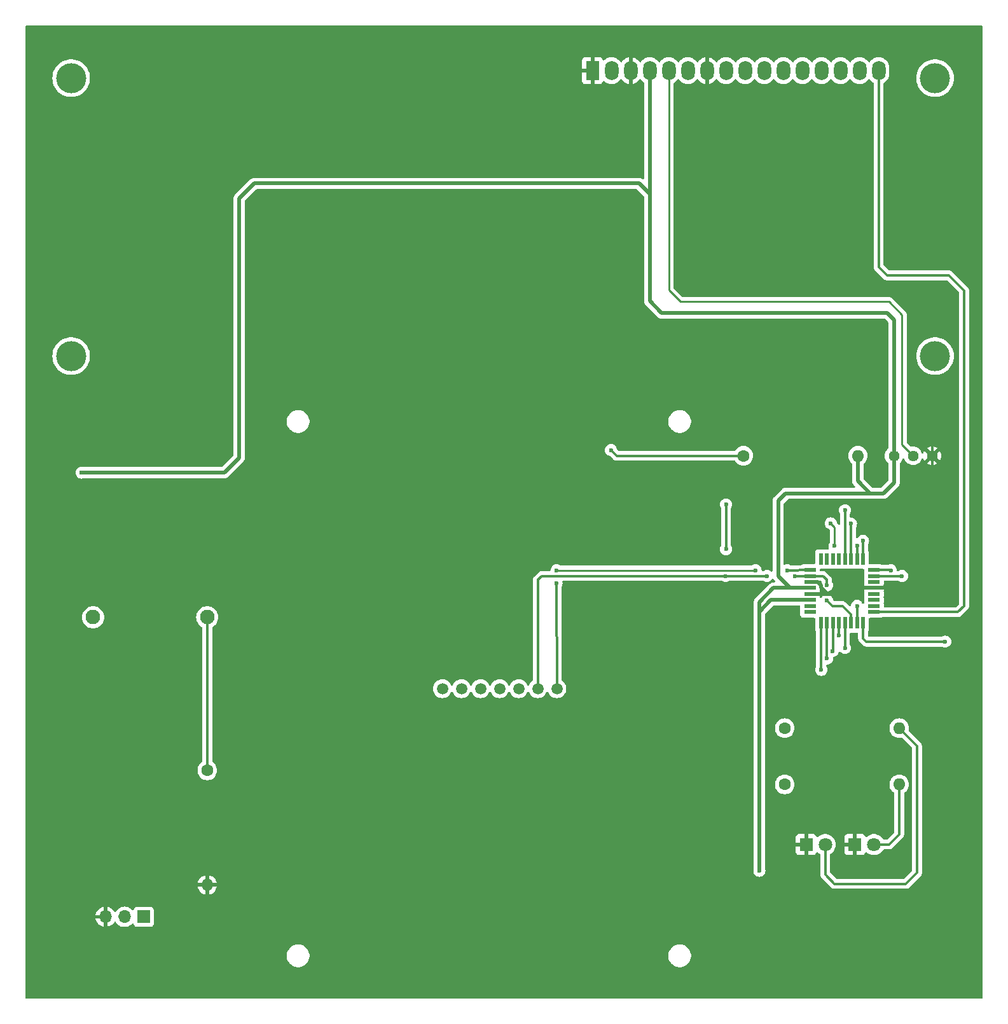
<source format=gbr>
%TF.GenerationSoftware,KiCad,Pcbnew,8.0.2*%
%TF.CreationDate,2024-07-17T11:39:07+05:30*%
%TF.ProjectId,smart lock,736d6172-7420-46c6-9f63-6b2e6b696361,v1*%
%TF.SameCoordinates,Original*%
%TF.FileFunction,Copper,L1,Top*%
%TF.FilePolarity,Positive*%
%FSLAX46Y46*%
G04 Gerber Fmt 4.6, Leading zero omitted, Abs format (unit mm)*
G04 Created by KiCad (PCBNEW 8.0.2) date 2024-07-17 11:39:07*
%MOMM*%
%LPD*%
G01*
G04 APERTURE LIST*
%TA.AperFunction,ComponentPad*%
%ADD10R,1.800000X1.800000*%
%TD*%
%TA.AperFunction,ComponentPad*%
%ADD11C,1.800000*%
%TD*%
%TA.AperFunction,ComponentPad*%
%ADD12C,1.508000*%
%TD*%
%TA.AperFunction,ComponentPad*%
%ADD13C,1.440000*%
%TD*%
%TA.AperFunction,ComponentPad*%
%ADD14C,1.600000*%
%TD*%
%TA.AperFunction,ComponentPad*%
%ADD15O,1.600000X1.600000*%
%TD*%
%TA.AperFunction,ComponentPad*%
%ADD16C,1.950000*%
%TD*%
%TA.AperFunction,SMDPad,CuDef*%
%ADD17R,1.600000X0.550000*%
%TD*%
%TA.AperFunction,SMDPad,CuDef*%
%ADD18R,0.550000X1.600000*%
%TD*%
%TA.AperFunction,ComponentPad*%
%ADD19C,4.000000*%
%TD*%
%TA.AperFunction,ComponentPad*%
%ADD20R,1.800000X2.600000*%
%TD*%
%TA.AperFunction,ComponentPad*%
%ADD21O,1.800000X2.600000*%
%TD*%
%TA.AperFunction,ComponentPad*%
%ADD22R,1.700000X1.700000*%
%TD*%
%TA.AperFunction,ComponentPad*%
%ADD23O,1.700000X1.700000*%
%TD*%
%TA.AperFunction,ViaPad*%
%ADD24C,0.600000*%
%TD*%
%TA.AperFunction,Conductor*%
%ADD25C,0.300000*%
%TD*%
%TA.AperFunction,Conductor*%
%ADD26C,0.500000*%
%TD*%
%TA.AperFunction,Conductor*%
%ADD27C,0.200000*%
%TD*%
%TA.AperFunction,Conductor*%
%ADD28C,0.250000*%
%TD*%
G04 APERTURE END LIST*
D10*
%TO.P,D1,1,K*%
%TO.N,GND*%
X159225000Y-137250000D03*
D11*
%TO.P,D1,2,A*%
%TO.N,Net-(D1-A)*%
X161765000Y-137250000D03*
%TD*%
D12*
%TO.P,MOD1,D*%
%TO.N,/D*%
X126040000Y-116500000D03*
%TO.P,MOD1,E*%
%TO.N,/E*%
X123500000Y-116500000D03*
%TO.P,MOD1,F*%
%TO.N,/F*%
X120960000Y-116500000D03*
%TO.P,MOD1,G*%
%TO.N,/G*%
X118420000Y-116500000D03*
%TO.P,MOD1,H*%
%TO.N,/H*%
X115880000Y-116500000D03*
%TO.P,MOD1,J*%
%TO.N,/J*%
X113340000Y-116500000D03*
%TO.P,MOD1,K*%
%TO.N,/K*%
X110800000Y-116500000D03*
%TD*%
D13*
%TO.P,VR1,1*%
%TO.N,GND*%
X176000000Y-85500000D03*
%TO.P,VR1,2*%
%TO.N,/POTM*%
X173460000Y-85500000D03*
%TO.P,VR1,3*%
%TO.N,+3.3V*%
X170920000Y-85500000D03*
%TD*%
D10*
%TO.P,D2,1,K*%
%TO.N,GND*%
X165725000Y-137250000D03*
D11*
%TO.P,D2,2,A*%
%TO.N,Net-(D2-A)*%
X168265000Y-137250000D03*
%TD*%
D14*
%TO.P,R3,1*%
%TO.N,/G LED*%
X156380000Y-129250000D03*
D15*
%TO.P,R3,2*%
%TO.N,Net-(D2-A)*%
X171620000Y-129250000D03*
%TD*%
D14*
%TO.P,R2,1*%
%TO.N,/R LED*%
X156380000Y-121750000D03*
D15*
%TO.P,R2,2*%
%TO.N,Net-(D1-A)*%
X171620000Y-121750000D03*
%TD*%
D14*
%TO.P,R1,1*%
%TO.N,Net-(DS1-LEDA)*%
X150880000Y-85500000D03*
D15*
%TO.P,R1,2*%
%TO.N,+3.3V*%
X166120000Y-85500000D03*
%TD*%
D16*
%TO.P,LS1,1*%
%TO.N,/piezo*%
X64300000Y-107000000D03*
%TO.P,LS1,2*%
%TO.N,Net-(LS1-Pad2)*%
X79500000Y-107000000D03*
%TD*%
D14*
%TO.P,R4,1*%
%TO.N,Net-(LS1-Pad2)*%
X79500000Y-127380000D03*
D15*
%TO.P,R4,2*%
%TO.N,GND*%
X79500000Y-142620000D03*
%TD*%
D17*
%TO.P,U1,1,PD3*%
%TO.N,/D*%
X159750000Y-100700000D03*
%TO.P,U1,2,PD4*%
%TO.N,/E*%
X159750000Y-101500000D03*
%TO.P,U1,3,GND*%
%TO.N,GND*%
X159750000Y-102300000D03*
%TO.P,U1,4,VCC*%
%TO.N,+3.3V*%
X159750000Y-103100000D03*
%TO.P,U1,5,GND*%
%TO.N,GND*%
X159750000Y-103900000D03*
%TO.P,U1,6,VCC*%
%TO.N,+3.3V*%
X159750000Y-104700000D03*
%TO.P,U1,7,XTAL1/PB6*%
%TO.N,unconnected-(U1-XTAL1{slash}PB6-Pad7)*%
X159750000Y-105500000D03*
%TO.P,U1,8,XTAL2/PB7*%
%TO.N,unconnected-(U1-XTAL2{slash}PB7-Pad8)*%
X159750000Y-106300000D03*
D18*
%TO.P,U1,9,PD5*%
%TO.N,/F*%
X161200000Y-107750000D03*
%TO.P,U1,10,PD6*%
%TO.N,/G*%
X162000000Y-107750000D03*
%TO.P,U1,11,PD7*%
%TO.N,/H*%
X162800000Y-107750000D03*
%TO.P,U1,12,PB0*%
%TO.N,/J*%
X163600000Y-107750000D03*
%TO.P,U1,13,PB1*%
%TO.N,/servo*%
X164400000Y-107750000D03*
%TO.P,U1,14,PB2*%
%TO.N,/E*%
X165200000Y-107750000D03*
%TO.P,U1,15,PB3*%
%TO.N,/RS*%
X166000000Y-107750000D03*
%TO.P,U1,16,PB4*%
%TO.N,/DB6*%
X166800000Y-107750000D03*
D17*
%TO.P,U1,17,PB5*%
%TO.N,/DB7*%
X168250000Y-106300000D03*
%TO.P,U1,18,AVCC*%
%TO.N,unconnected-(U1-AVCC-Pad18)*%
X168250000Y-105500000D03*
%TO.P,U1,19,ADC6*%
%TO.N,unconnected-(U1-ADC6-Pad19)*%
X168250000Y-104700000D03*
%TO.P,U1,20,AREF*%
%TO.N,unconnected-(U1-AREF-Pad20)*%
X168250000Y-103900000D03*
%TO.P,U1,21,GND*%
%TO.N,GND*%
X168250000Y-103100000D03*
%TO.P,U1,22,ADC7*%
%TO.N,unconnected-(U1-ADC7-Pad22)*%
X168250000Y-102300000D03*
%TO.P,U1,23,PC0*%
%TO.N,/R LED*%
X168250000Y-101500000D03*
%TO.P,U1,24,PC1*%
%TO.N,/G LED*%
X168250000Y-100700000D03*
D18*
%TO.P,U1,25,PC2*%
%TO.N,/piezo*%
X166800000Y-99250000D03*
%TO.P,U1,26,PC3*%
%TO.N,/K*%
X166000000Y-99250000D03*
%TO.P,U1,27,PC4*%
%TO.N,/DB4*%
X165200000Y-99250000D03*
%TO.P,U1,28,PC5*%
%TO.N,/DB5*%
X164400000Y-99250000D03*
%TO.P,U1,29,~{RESET}/PC6*%
%TO.N,unconnected-(U1-~{RESET}{slash}PC6-Pad29)*%
X163600000Y-99250000D03*
%TO.P,U1,30,PD0*%
%TO.N,unconnected-(U1-PD0-Pad30)*%
X162800000Y-99250000D03*
%TO.P,U1,31,PD1*%
%TO.N,unconnected-(U1-PD1-Pad31)*%
X162000000Y-99250000D03*
%TO.P,U1,32,PD2*%
%TO.N,unconnected-(U1-PD2-Pad32)*%
X161200000Y-99250000D03*
%TD*%
D19*
%TO.P,DS1,*%
%TO.N,*%
X61379580Y-35225760D03*
X61379580Y-72225940D03*
X176380620Y-35225760D03*
X176380620Y-72225940D03*
D20*
%TO.P,DS1,1,LEDK*%
%TO.N,GND*%
X130780000Y-34225000D03*
D21*
%TO.P,DS1,2,LEDA*%
%TO.N,Net-(DS1-LEDA)*%
X133320000Y-34225000D03*
%TO.P,DS1,3,VSS*%
%TO.N,GND*%
X135860000Y-34225000D03*
%TO.P,DS1,4,VDD*%
%TO.N,+3.3V*%
X138400000Y-34225000D03*
%TO.P,DS1,5,Vo*%
%TO.N,/POTM*%
X140940000Y-34225000D03*
%TO.P,DS1,6,RS*%
%TO.N,/RS*%
X143480000Y-34225000D03*
%TO.P,DS1,7,R/~{W}*%
%TO.N,GND*%
X146020000Y-34225000D03*
%TO.P,DS1,8,E*%
%TO.N,/E*%
X148560000Y-34225000D03*
%TO.P,DS1,9,DB0*%
%TO.N,unconnected-(DS1-DB0-Pad9)*%
X151100000Y-34225000D03*
%TO.P,DS1,10,DB1*%
%TO.N,unconnected-(DS1-DB1-Pad10)*%
X153640000Y-34225000D03*
%TO.P,DS1,11,DB2*%
%TO.N,unconnected-(DS1-DB2-Pad11)*%
X156180000Y-34225000D03*
%TO.P,DS1,12,DB3*%
%TO.N,unconnected-(DS1-DB3-Pad12)*%
X158720000Y-34225000D03*
%TO.P,DS1,13,DB4*%
%TO.N,/DB4*%
X161260000Y-34225000D03*
%TO.P,DS1,14,DB5*%
%TO.N,/DB5*%
X163800000Y-34225000D03*
%TO.P,DS1,15,DB6*%
%TO.N,/DB6*%
X166340000Y-34225000D03*
%TO.P,DS1,16,DB7*%
%TO.N,/DB7*%
X168880000Y-34225000D03*
%TD*%
D22*
%TO.P,M1,1,PWM*%
%TO.N,/servo*%
X71025000Y-146875000D03*
D23*
%TO.P,M1,2,+*%
%TO.N,+3.3V*%
X68485000Y-146875000D03*
%TO.P,M1,3,-*%
%TO.N,GND*%
X65945000Y-146875000D03*
%TD*%
D24*
%TO.N,GND*%
X62750000Y-84000000D03*
X174750000Y-103000000D03*
X164750000Y-133750000D03*
%TO.N,/DB4*%
X165200000Y-94550000D03*
%TO.N,Net-(DS1-LEDA)*%
X133250000Y-84750000D03*
%TO.N,/RS*%
X166000000Y-105500000D03*
X162500000Y-94500000D03*
X163000000Y-97500000D03*
%TO.N,+3.3V*%
X62750000Y-87750000D03*
X153000000Y-140750000D03*
%TO.N,/E*%
X148560000Y-97940000D03*
X148560000Y-92000000D03*
X154000000Y-101500000D03*
X162000000Y-102750000D03*
X157750000Y-101500000D03*
X162000000Y-104750000D03*
X148500000Y-101500000D03*
%TO.N,/DB6*%
X177750000Y-110250000D03*
%TO.N,/DB5*%
X164400000Y-92750000D03*
%TO.N,/piezo*%
X166800000Y-96800000D03*
%TO.N,/servo*%
X164400000Y-111100000D03*
%TO.N,/G*%
X162000000Y-112500000D03*
%TO.N,/F*%
X161250000Y-114000000D03*
%TO.N,/D*%
X152500000Y-100750000D03*
X126000000Y-102500000D03*
X126000000Y-100750000D03*
X156750000Y-100750000D03*
%TO.N,/H*%
X162750000Y-111500000D03*
%TO.N,/K*%
X166000000Y-97500000D03*
%TO.N,/J*%
X163600000Y-109400000D03*
%TO.N,/R LED*%
X172000000Y-101500000D03*
%TO.N,/G LED*%
X170500000Y-100750000D03*
%TD*%
D25*
%TO.N,GND*%
X130780000Y-44970000D02*
X128750000Y-47000000D01*
D26*
X157000000Y-133000000D02*
X156000000Y-134000000D01*
X161250000Y-103060661D02*
X162000000Y-103810661D01*
D25*
X136720000Y-30000000D02*
X135860000Y-30860000D01*
X130780000Y-34225000D02*
X130780000Y-30720000D01*
D26*
X67500000Y-152750000D02*
X65945000Y-151195000D01*
X155500000Y-141500000D02*
X155500000Y-139000000D01*
D25*
X169500000Y-62500000D02*
X173500000Y-66500000D01*
D27*
X174850000Y-103100000D02*
X174750000Y-103000000D01*
D26*
X165900000Y-103100000D02*
X168250000Y-103100000D01*
D25*
X176000000Y-85500000D02*
X176000000Y-102000000D01*
D26*
X159750000Y-103900000D02*
X162000000Y-103900000D01*
D25*
X176000000Y-102000000D02*
X174900000Y-103100000D01*
D26*
X156000000Y-136000000D02*
X157250000Y-137250000D01*
X154380000Y-142620000D02*
X155500000Y-141500000D01*
D25*
X146020000Y-31020000D02*
X145000000Y-30000000D01*
D26*
X65945000Y-151195000D02*
X65945000Y-146875000D01*
D25*
X82000000Y-50250000D02*
X82000000Y-82250000D01*
D26*
X165725000Y-134725000D02*
X164750000Y-133750000D01*
X79500000Y-142620000D02*
X79500000Y-150250000D01*
D25*
X82000000Y-82250000D02*
X80250000Y-84000000D01*
X130780000Y-34225000D02*
X130780000Y-44970000D01*
X146020000Y-34225000D02*
X146020000Y-31020000D01*
X146020000Y-61020000D02*
X147500000Y-62500000D01*
D26*
X156000000Y-134000000D02*
X156000000Y-136000000D01*
X160800000Y-102300000D02*
X161250000Y-102750000D01*
D25*
X135860000Y-30860000D02*
X135860000Y-34225000D01*
D26*
X77000000Y-152750000D02*
X67500000Y-152750000D01*
D25*
X85250000Y-47000000D02*
X82000000Y-50250000D01*
D26*
X165100000Y-103900000D02*
X165900000Y-103100000D01*
X164750000Y-133750000D02*
X164000000Y-133000000D01*
X162000000Y-103810661D02*
X162000000Y-103900000D01*
X79500000Y-150250000D02*
X77000000Y-152750000D01*
D27*
X174750000Y-103000000D02*
X174650000Y-103100000D01*
D26*
X159225000Y-137250000D02*
X157250000Y-137250000D01*
D25*
X80250000Y-84000000D02*
X62750000Y-84000000D01*
X147500000Y-62500000D02*
X169500000Y-62500000D01*
X145000000Y-30000000D02*
X136720000Y-30000000D01*
X173500000Y-77750000D02*
X176000000Y-80250000D01*
D26*
X161250000Y-102750000D02*
X161250000Y-103060661D01*
D25*
X130780000Y-30720000D02*
X131500000Y-30000000D01*
X135000000Y-30000000D02*
X135860000Y-30860000D01*
D26*
X162000000Y-103900000D02*
X165100000Y-103900000D01*
D25*
X131500000Y-30000000D02*
X135000000Y-30000000D01*
D26*
X155500000Y-139000000D02*
X157250000Y-137250000D01*
D27*
X174900000Y-103100000D02*
X174850000Y-103100000D01*
D26*
X79500000Y-142620000D02*
X154380000Y-142620000D01*
X165725000Y-137250000D02*
X165725000Y-134725000D01*
X174650000Y-103100000D02*
X168250000Y-103100000D01*
D25*
X176000000Y-80250000D02*
X176000000Y-85500000D01*
D26*
X164000000Y-133000000D02*
X157000000Y-133000000D01*
D25*
X173500000Y-66500000D02*
X173500000Y-77750000D01*
X128750000Y-47000000D02*
X85250000Y-47000000D01*
D26*
X159750000Y-102300000D02*
X160800000Y-102300000D01*
D25*
X146020000Y-34225000D02*
X146020000Y-61020000D01*
%TO.N,Net-(D1-A)*%
X174000000Y-124130000D02*
X174000000Y-141000000D01*
X163000000Y-142500000D02*
X161765000Y-141265000D01*
X172500000Y-142500000D02*
X163000000Y-142500000D01*
X174000000Y-141000000D02*
X172500000Y-142500000D01*
X161765000Y-141265000D02*
X161765000Y-137250000D01*
X171620000Y-121750000D02*
X174000000Y-124130000D01*
%TO.N,Net-(D2-A)*%
X170250000Y-137250000D02*
X168265000Y-137250000D01*
X171620000Y-135880000D02*
X170250000Y-137250000D01*
X171620000Y-129250000D02*
X171620000Y-135880000D01*
%TO.N,/DB4*%
X165200000Y-99250000D02*
X165200000Y-94550000D01*
%TO.N,Net-(DS1-LEDA)*%
X134000000Y-85500000D02*
X150880000Y-85500000D01*
X133320000Y-84820000D02*
X134000000Y-85500000D01*
D28*
%TO.N,/RS*%
X163000000Y-97500000D02*
X163000000Y-95000000D01*
D25*
X166000000Y-107750000D02*
X166000000Y-105500000D01*
D28*
X163000000Y-95000000D02*
X162500000Y-94500000D01*
D26*
%TO.N,+3.3V*%
X85750000Y-49250000D02*
X83750000Y-51250000D01*
X169500000Y-90500000D02*
X167750000Y-90500000D01*
X170920000Y-85500000D02*
X170920000Y-89080000D01*
X140000000Y-66500000D02*
X170000000Y-66500000D01*
X155500000Y-101500000D02*
X157100000Y-103100000D01*
X167750000Y-90500000D02*
X156500000Y-90500000D01*
X154550000Y-104700000D02*
X153000000Y-106250000D01*
X83750000Y-51250000D02*
X83750000Y-85750000D01*
X156500000Y-90500000D02*
X155500000Y-91500000D01*
X154900000Y-103100000D02*
X159750000Y-103100000D01*
X138400000Y-50750000D02*
X138400000Y-64900000D01*
X170000000Y-66500000D02*
X170920000Y-67420000D01*
X170920000Y-67420000D02*
X170920000Y-85500000D01*
X138400000Y-50650000D02*
X137000000Y-49250000D01*
X166120000Y-85500000D02*
X166120000Y-88870000D01*
X83750000Y-85750000D02*
X81750000Y-87750000D01*
X153000000Y-106250000D02*
X153000000Y-105000000D01*
X157100000Y-103100000D02*
X159750000Y-103100000D01*
X166120000Y-88870000D02*
X167750000Y-90500000D01*
X81750000Y-87750000D02*
X62750000Y-87750000D01*
X138400000Y-50750000D02*
X138400000Y-50650000D01*
X170920000Y-89080000D02*
X169500000Y-90500000D01*
X155500000Y-91500000D02*
X155500000Y-101500000D01*
X138400000Y-64900000D02*
X140000000Y-66500000D01*
X153000000Y-140750000D02*
X153000000Y-106250000D01*
X138400000Y-34225000D02*
X138400000Y-50750000D01*
X153000000Y-105000000D02*
X154900000Y-103100000D01*
X137000000Y-49250000D02*
X85750000Y-49250000D01*
X159750000Y-104700000D02*
X154550000Y-104700000D01*
D25*
%TO.N,/DB7*%
X168880000Y-60380000D02*
X170000000Y-61500000D01*
X168880000Y-34225000D02*
X168880000Y-60380000D01*
X179450000Y-106300000D02*
X168250000Y-106300000D01*
X180250000Y-105500000D02*
X179450000Y-106300000D01*
X170000000Y-61500000D02*
X178250000Y-61500000D01*
X180250000Y-63500000D02*
X180250000Y-105500000D01*
X178250000Y-61500000D02*
X180250000Y-63500000D01*
%TO.N,/E*%
X123500000Y-116500000D02*
X123500000Y-102000000D01*
X159750000Y-101500000D02*
X161500000Y-101500000D01*
X162000000Y-102000000D02*
X162000000Y-102750000D01*
X151000000Y-101500000D02*
X153500000Y-101500000D01*
X164050000Y-105500000D02*
X162750000Y-105500000D01*
X165200000Y-106650000D02*
X164050000Y-105500000D01*
X153500000Y-101500000D02*
X154000000Y-101500000D01*
X148560000Y-97940000D02*
X148560000Y-92000000D01*
X123500000Y-102000000D02*
X124000000Y-101500000D01*
X159750000Y-101500000D02*
X157750000Y-101500000D01*
X148500000Y-101500000D02*
X151000000Y-101500000D01*
X124000000Y-101500000D02*
X148500000Y-101500000D01*
X161500000Y-101500000D02*
X162000000Y-102000000D01*
X165200000Y-107750000D02*
X165200000Y-106650000D01*
X153500000Y-101500000D02*
X153750000Y-101500000D01*
X162750000Y-105500000D02*
X162000000Y-104750000D01*
%TO.N,/DB6*%
X166800000Y-109800000D02*
X167250000Y-110250000D01*
X166800000Y-107750000D02*
X166800000Y-109800000D01*
X167250000Y-110250000D02*
X177750000Y-110250000D01*
%TO.N,/DB5*%
X164400000Y-92750000D02*
X164400000Y-99250000D01*
D28*
%TO.N,/POTM*%
X140940000Y-63440000D02*
X142500000Y-65000000D01*
X170250000Y-65000000D02*
X172000000Y-66750000D01*
X140940000Y-34225000D02*
X140940000Y-63440000D01*
X142500000Y-65000000D02*
X170250000Y-65000000D01*
X172000000Y-84040000D02*
X173460000Y-85500000D01*
X172000000Y-66750000D02*
X172000000Y-84040000D01*
D25*
%TO.N,Net-(LS1-Pad2)*%
X79500000Y-127380000D02*
X79500000Y-107000000D01*
%TO.N,/piezo*%
X166800000Y-99250000D02*
X166800000Y-96800000D01*
%TO.N,/servo*%
X164400000Y-111100000D02*
X164400000Y-107750000D01*
%TO.N,/G*%
X162000000Y-107750000D02*
X162000000Y-112500000D01*
%TO.N,/F*%
X161200000Y-107750000D02*
X161200000Y-113950000D01*
X161200000Y-113950000D02*
X161250000Y-114000000D01*
%TO.N,/D*%
X126040000Y-116500000D02*
X126000000Y-102500000D01*
X156750000Y-100750000D02*
X156800000Y-100700000D01*
D28*
X152500000Y-100750000D02*
X126000000Y-100750000D01*
D25*
X126000000Y-102500000D02*
X126040000Y-102540000D01*
X159750000Y-100700000D02*
X156750000Y-100750000D01*
%TO.N,/H*%
X162800000Y-111450000D02*
X162750000Y-111500000D01*
X162800000Y-107750000D02*
X162800000Y-111450000D01*
%TO.N,/K*%
X166000000Y-99250000D02*
X166000000Y-97500000D01*
%TO.N,/J*%
X163600000Y-109400000D02*
X163600000Y-107750000D01*
%TO.N,/R LED*%
X168250000Y-101500000D02*
X172000000Y-101500000D01*
%TO.N,/G LED*%
X168250000Y-100700000D02*
X170450000Y-100700000D01*
X170450000Y-100700000D02*
X170500000Y-100750000D01*
%TD*%
%TA.AperFunction,Conductor*%
%TO.N,GND*%
G36*
X146270000Y-36002854D02*
G01*
X146347834Y-35990526D01*
X146347837Y-35990526D01*
X146557410Y-35922432D01*
X146753760Y-35822386D01*
X146932041Y-35692857D01*
X147087857Y-35537041D01*
X147087862Y-35537035D01*
X147189372Y-35397319D01*
X147244702Y-35354653D01*
X147314315Y-35348674D01*
X147376110Y-35381279D01*
X147390008Y-35397319D01*
X147491752Y-35537358D01*
X147491756Y-35537363D01*
X147647636Y-35693243D01*
X147647641Y-35693247D01*
X147758383Y-35773705D01*
X147825978Y-35822815D01*
X147935948Y-35878848D01*
X148022393Y-35922895D01*
X148022396Y-35922896D01*
X148079221Y-35941359D01*
X148232049Y-35991015D01*
X148449778Y-36025500D01*
X148449779Y-36025500D01*
X148670221Y-36025500D01*
X148670222Y-36025500D01*
X148887951Y-35991015D01*
X149097606Y-35922895D01*
X149294022Y-35822815D01*
X149472365Y-35693242D01*
X149628242Y-35537365D01*
X149638804Y-35522826D01*
X149729682Y-35397745D01*
X149785011Y-35355079D01*
X149854625Y-35349100D01*
X149916420Y-35381705D01*
X149930318Y-35397745D01*
X150031752Y-35537358D01*
X150031756Y-35537363D01*
X150187636Y-35693243D01*
X150187641Y-35693247D01*
X150298383Y-35773705D01*
X150365978Y-35822815D01*
X150475948Y-35878848D01*
X150562393Y-35922895D01*
X150562396Y-35922896D01*
X150619221Y-35941359D01*
X150772049Y-35991015D01*
X150989778Y-36025500D01*
X150989779Y-36025500D01*
X151210221Y-36025500D01*
X151210222Y-36025500D01*
X151427951Y-35991015D01*
X151637606Y-35922895D01*
X151834022Y-35822815D01*
X152012365Y-35693242D01*
X152168242Y-35537365D01*
X152178804Y-35522826D01*
X152269682Y-35397745D01*
X152325011Y-35355079D01*
X152394625Y-35349100D01*
X152456420Y-35381705D01*
X152470318Y-35397745D01*
X152571752Y-35537358D01*
X152571756Y-35537363D01*
X152727636Y-35693243D01*
X152727641Y-35693247D01*
X152838383Y-35773705D01*
X152905978Y-35822815D01*
X153015948Y-35878848D01*
X153102393Y-35922895D01*
X153102396Y-35922896D01*
X153159221Y-35941359D01*
X153312049Y-35991015D01*
X153529778Y-36025500D01*
X153529779Y-36025500D01*
X153750221Y-36025500D01*
X153750222Y-36025500D01*
X153967951Y-35991015D01*
X154177606Y-35922895D01*
X154374022Y-35822815D01*
X154552365Y-35693242D01*
X154708242Y-35537365D01*
X154718804Y-35522826D01*
X154809682Y-35397745D01*
X154865011Y-35355079D01*
X154934625Y-35349100D01*
X154996420Y-35381705D01*
X155010318Y-35397745D01*
X155111752Y-35537358D01*
X155111756Y-35537363D01*
X155267636Y-35693243D01*
X155267641Y-35693247D01*
X155378383Y-35773705D01*
X155445978Y-35822815D01*
X155555948Y-35878848D01*
X155642393Y-35922895D01*
X155642396Y-35922896D01*
X155699221Y-35941359D01*
X155852049Y-35991015D01*
X156069778Y-36025500D01*
X156069779Y-36025500D01*
X156290221Y-36025500D01*
X156290222Y-36025500D01*
X156507951Y-35991015D01*
X156717606Y-35922895D01*
X156914022Y-35822815D01*
X157092365Y-35693242D01*
X157248242Y-35537365D01*
X157258804Y-35522826D01*
X157349682Y-35397745D01*
X157405011Y-35355079D01*
X157474625Y-35349100D01*
X157536420Y-35381705D01*
X157550318Y-35397745D01*
X157651752Y-35537358D01*
X157651756Y-35537363D01*
X157807636Y-35693243D01*
X157807641Y-35693247D01*
X157918383Y-35773705D01*
X157985978Y-35822815D01*
X158095948Y-35878848D01*
X158182393Y-35922895D01*
X158182396Y-35922896D01*
X158239221Y-35941359D01*
X158392049Y-35991015D01*
X158609778Y-36025500D01*
X158609779Y-36025500D01*
X158830221Y-36025500D01*
X158830222Y-36025500D01*
X159047951Y-35991015D01*
X159257606Y-35922895D01*
X159454022Y-35822815D01*
X159632365Y-35693242D01*
X159788242Y-35537365D01*
X159798804Y-35522826D01*
X159889682Y-35397745D01*
X159945011Y-35355079D01*
X160014625Y-35349100D01*
X160076420Y-35381705D01*
X160090318Y-35397745D01*
X160191752Y-35537358D01*
X160191756Y-35537363D01*
X160347636Y-35693243D01*
X160347641Y-35693247D01*
X160458383Y-35773705D01*
X160525978Y-35822815D01*
X160635948Y-35878848D01*
X160722393Y-35922895D01*
X160722396Y-35922896D01*
X160779221Y-35941359D01*
X160932049Y-35991015D01*
X161149778Y-36025500D01*
X161149779Y-36025500D01*
X161370221Y-36025500D01*
X161370222Y-36025500D01*
X161587951Y-35991015D01*
X161797606Y-35922895D01*
X161994022Y-35822815D01*
X162172365Y-35693242D01*
X162328242Y-35537365D01*
X162338804Y-35522826D01*
X162429682Y-35397745D01*
X162485011Y-35355079D01*
X162554625Y-35349100D01*
X162616420Y-35381705D01*
X162630318Y-35397745D01*
X162731752Y-35537358D01*
X162731756Y-35537363D01*
X162887636Y-35693243D01*
X162887641Y-35693247D01*
X162998383Y-35773705D01*
X163065978Y-35822815D01*
X163175948Y-35878848D01*
X163262393Y-35922895D01*
X163262396Y-35922896D01*
X163319221Y-35941359D01*
X163472049Y-35991015D01*
X163689778Y-36025500D01*
X163689779Y-36025500D01*
X163910221Y-36025500D01*
X163910222Y-36025500D01*
X164127951Y-35991015D01*
X164337606Y-35922895D01*
X164534022Y-35822815D01*
X164712365Y-35693242D01*
X164868242Y-35537365D01*
X164878804Y-35522826D01*
X164969682Y-35397745D01*
X165025011Y-35355079D01*
X165094625Y-35349100D01*
X165156420Y-35381705D01*
X165170318Y-35397745D01*
X165271752Y-35537358D01*
X165271756Y-35537363D01*
X165427636Y-35693243D01*
X165427641Y-35693247D01*
X165538383Y-35773705D01*
X165605978Y-35822815D01*
X165715948Y-35878848D01*
X165802393Y-35922895D01*
X165802396Y-35922896D01*
X165859221Y-35941359D01*
X166012049Y-35991015D01*
X166229778Y-36025500D01*
X166229779Y-36025500D01*
X166450221Y-36025500D01*
X166450222Y-36025500D01*
X166667951Y-35991015D01*
X166877606Y-35922895D01*
X167074022Y-35822815D01*
X167252365Y-35693242D01*
X167408242Y-35537365D01*
X167418804Y-35522826D01*
X167509682Y-35397745D01*
X167565011Y-35355079D01*
X167634625Y-35349100D01*
X167696420Y-35381705D01*
X167710318Y-35397745D01*
X167811752Y-35537358D01*
X167811756Y-35537363D01*
X167967636Y-35693243D01*
X167967641Y-35693247D01*
X168145973Y-35822812D01*
X168145975Y-35822813D01*
X168145978Y-35822815D01*
X168161795Y-35830874D01*
X168212591Y-35878848D01*
X168229500Y-35941359D01*
X168229500Y-60444069D01*
X168229500Y-60444071D01*
X168229499Y-60444071D01*
X168254497Y-60569738D01*
X168254499Y-60569744D01*
X168303534Y-60688125D01*
X168374726Y-60794673D01*
X168374727Y-60794674D01*
X169494724Y-61914669D01*
X169585331Y-62005276D01*
X169585332Y-62005277D01*
X169691866Y-62076461D01*
X169691872Y-62076464D01*
X169691873Y-62076465D01*
X169810256Y-62125501D01*
X169810260Y-62125501D01*
X169810261Y-62125502D01*
X169935928Y-62150500D01*
X169935931Y-62150500D01*
X177929192Y-62150500D01*
X177996231Y-62170185D01*
X178016873Y-62186819D01*
X179563181Y-63733126D01*
X179596666Y-63794449D01*
X179599500Y-63820807D01*
X179599500Y-105179192D01*
X179579815Y-105246231D01*
X179563181Y-105266873D01*
X179216873Y-105613181D01*
X179155550Y-105646666D01*
X179129192Y-105649500D01*
X169674500Y-105649500D01*
X169607461Y-105629815D01*
X169561706Y-105577011D01*
X169550500Y-105525500D01*
X169550499Y-105177130D01*
X169550499Y-105177128D01*
X169544091Y-105117517D01*
X169544089Y-105117513D01*
X169543632Y-105113255D01*
X169543632Y-105086745D01*
X169544089Y-105082486D01*
X169544091Y-105082483D01*
X169550500Y-105022873D01*
X169550499Y-104377128D01*
X169544091Y-104317517D01*
X169544089Y-104317513D01*
X169543632Y-104313255D01*
X169543632Y-104286745D01*
X169544089Y-104282486D01*
X169544091Y-104282483D01*
X169550500Y-104222873D01*
X169550499Y-103577128D01*
X169544091Y-103517517D01*
X169544090Y-103517516D01*
X169543380Y-103510904D01*
X169543381Y-103484393D01*
X169549999Y-103422842D01*
X169550000Y-103422827D01*
X169550000Y-103350000D01*
X169531409Y-103350000D01*
X169464370Y-103330315D01*
X169432144Y-103300313D01*
X169407546Y-103267454D01*
X169316457Y-103199265D01*
X169274588Y-103143333D01*
X169269604Y-103073641D01*
X169303089Y-103012318D01*
X169316452Y-103000738D01*
X169407546Y-102932546D01*
X169432143Y-102899687D01*
X169488076Y-102857818D01*
X169531409Y-102850000D01*
X169550000Y-102850000D01*
X169550000Y-102777172D01*
X169549999Y-102777160D01*
X169543380Y-102715604D01*
X169543380Y-102689090D01*
X169544090Y-102682485D01*
X169544091Y-102682483D01*
X169550500Y-102622873D01*
X169550499Y-102274499D01*
X169570183Y-102207461D01*
X169622987Y-102161706D01*
X169674499Y-102150500D01*
X171494932Y-102150500D01*
X171560904Y-102169506D01*
X171650477Y-102225789D01*
X171650481Y-102225790D01*
X171820737Y-102285366D01*
X171820743Y-102285367D01*
X171820745Y-102285368D01*
X171820746Y-102285368D01*
X171820750Y-102285369D01*
X171999996Y-102305565D01*
X172000000Y-102305565D01*
X172000004Y-102305565D01*
X172179249Y-102285369D01*
X172179252Y-102285368D01*
X172179255Y-102285368D01*
X172349522Y-102225789D01*
X172502262Y-102129816D01*
X172629816Y-102002262D01*
X172725789Y-101849522D01*
X172785368Y-101679255D01*
X172795951Y-101585326D01*
X172805565Y-101500003D01*
X172805565Y-101499996D01*
X172785369Y-101320750D01*
X172785368Y-101320745D01*
X172725788Y-101150476D01*
X172645613Y-101022879D01*
X172629816Y-100997738D01*
X172502262Y-100870184D01*
X172439096Y-100830494D01*
X172349523Y-100774211D01*
X172179254Y-100714631D01*
X172179249Y-100714630D01*
X172000004Y-100694435D01*
X171999996Y-100694435D01*
X171820750Y-100714630D01*
X171820737Y-100714633D01*
X171650481Y-100774209D01*
X171650477Y-100774210D01*
X171560904Y-100830494D01*
X171494932Y-100849500D01*
X171427589Y-100849500D01*
X171360550Y-100829815D01*
X171314795Y-100777011D01*
X171304369Y-100739383D01*
X171285369Y-100570750D01*
X171285368Y-100570745D01*
X171225788Y-100400476D01*
X171129815Y-100247737D01*
X171002262Y-100120184D01*
X170849523Y-100024211D01*
X170679254Y-99964631D01*
X170679249Y-99964630D01*
X170500004Y-99944435D01*
X170499996Y-99944435D01*
X170320750Y-99964630D01*
X170320745Y-99964631D01*
X170150474Y-100024212D01*
X170140477Y-100030494D01*
X170074506Y-100049500D01*
X169424835Y-100049500D01*
X169357796Y-100029815D01*
X169350524Y-100024767D01*
X169292331Y-99981204D01*
X169292328Y-99981202D01*
X169157482Y-99930908D01*
X169157483Y-99930908D01*
X169097883Y-99924501D01*
X169097881Y-99924500D01*
X169097873Y-99924500D01*
X169097865Y-99924500D01*
X167699499Y-99924500D01*
X167632460Y-99904815D01*
X167586705Y-99852011D01*
X167575499Y-99800500D01*
X167575499Y-98402129D01*
X167575498Y-98402123D01*
X167575497Y-98402116D01*
X167569091Y-98342517D01*
X167518796Y-98207669D01*
X167475233Y-98149476D01*
X167450816Y-98084011D01*
X167450500Y-98075165D01*
X167450500Y-97305067D01*
X167469507Y-97239094D01*
X167525788Y-97149524D01*
X167570720Y-97021117D01*
X167585368Y-96979255D01*
X167605565Y-96800000D01*
X167593750Y-96695139D01*
X167585369Y-96620750D01*
X167585368Y-96620745D01*
X167539044Y-96488360D01*
X167525789Y-96450478D01*
X167429816Y-96297738D01*
X167302262Y-96170184D01*
X167149523Y-96074211D01*
X166979254Y-96014631D01*
X166979249Y-96014630D01*
X166800004Y-95994435D01*
X166799996Y-95994435D01*
X166620750Y-96014630D01*
X166620745Y-96014631D01*
X166450476Y-96074211D01*
X166297737Y-96170184D01*
X166170182Y-96297739D01*
X166079493Y-96442070D01*
X166027159Y-96488360D01*
X165958105Y-96499008D01*
X165894257Y-96470633D01*
X165855885Y-96412243D01*
X165850500Y-96376097D01*
X165850500Y-95055067D01*
X165869507Y-94989094D01*
X165925788Y-94899524D01*
X165943284Y-94849523D01*
X165985368Y-94729255D01*
X165988681Y-94699855D01*
X166005565Y-94550003D01*
X166005565Y-94549996D01*
X165985369Y-94370750D01*
X165985368Y-94370745D01*
X165925788Y-94200476D01*
X165829815Y-94047737D01*
X165702262Y-93920184D01*
X165549523Y-93824211D01*
X165379254Y-93764631D01*
X165379249Y-93764630D01*
X165200004Y-93744435D01*
X165200001Y-93744435D01*
X165200000Y-93744435D01*
X165195975Y-93744888D01*
X165188380Y-93745744D01*
X165119558Y-93733687D01*
X165068180Y-93686336D01*
X165050500Y-93622523D01*
X165050500Y-93255067D01*
X165069507Y-93189094D01*
X165125788Y-93099524D01*
X165185368Y-92929254D01*
X165185369Y-92929249D01*
X165205565Y-92750003D01*
X165205565Y-92749996D01*
X165185369Y-92570750D01*
X165185368Y-92570745D01*
X165125788Y-92400476D01*
X165029815Y-92247737D01*
X164902262Y-92120184D01*
X164749523Y-92024211D01*
X164579254Y-91964631D01*
X164579249Y-91964630D01*
X164400004Y-91944435D01*
X164399996Y-91944435D01*
X164220750Y-91964630D01*
X164220745Y-91964631D01*
X164050476Y-92024211D01*
X163897737Y-92120184D01*
X163770184Y-92247737D01*
X163674211Y-92400476D01*
X163614631Y-92570745D01*
X163614630Y-92570750D01*
X163594435Y-92749996D01*
X163594435Y-92750003D01*
X163614630Y-92929249D01*
X163614631Y-92929254D01*
X163674211Y-93099524D01*
X163730493Y-93189094D01*
X163749500Y-93255067D01*
X163749500Y-94587061D01*
X163729815Y-94654100D01*
X163677011Y-94699855D01*
X163607853Y-94709799D01*
X163544297Y-94680774D01*
X163522398Y-94655952D01*
X163485858Y-94601267D01*
X163485855Y-94601263D01*
X163395637Y-94511045D01*
X163395606Y-94511016D01*
X163326211Y-94441621D01*
X163292726Y-94380298D01*
X163290673Y-94367838D01*
X163285368Y-94320745D01*
X163225789Y-94150478D01*
X163129816Y-93997738D01*
X163002262Y-93870184D01*
X162849523Y-93774211D01*
X162679254Y-93714631D01*
X162679249Y-93714630D01*
X162500004Y-93694435D01*
X162499996Y-93694435D01*
X162320750Y-93714630D01*
X162320745Y-93714631D01*
X162150476Y-93774211D01*
X161997737Y-93870184D01*
X161870184Y-93997737D01*
X161774211Y-94150476D01*
X161714631Y-94320745D01*
X161714630Y-94320750D01*
X161694435Y-94499996D01*
X161694435Y-94500003D01*
X161714630Y-94679249D01*
X161714631Y-94679254D01*
X161774211Y-94849523D01*
X161805628Y-94899522D01*
X161870184Y-95002262D01*
X161997738Y-95129816D01*
X162150478Y-95225789D01*
X162291455Y-95275119D01*
X162348230Y-95315840D01*
X162373978Y-95380792D01*
X162374500Y-95392160D01*
X162374500Y-96955145D01*
X162355494Y-97021117D01*
X162274211Y-97150476D01*
X162214631Y-97320745D01*
X162214630Y-97320750D01*
X162194435Y-97499996D01*
X162194435Y-97500003D01*
X162214630Y-97679249D01*
X162214632Y-97679257D01*
X162251474Y-97784546D01*
X162255035Y-97854325D01*
X162220306Y-97914952D01*
X162158312Y-97947179D01*
X162134432Y-97949500D01*
X161677129Y-97949500D01*
X161677120Y-97949501D01*
X161613248Y-97956367D01*
X161586742Y-97956367D01*
X161582483Y-97955909D01*
X161522873Y-97949500D01*
X161522864Y-97949500D01*
X160877129Y-97949500D01*
X160877123Y-97949501D01*
X160817516Y-97955908D01*
X160682671Y-98006202D01*
X160682664Y-98006206D01*
X160567455Y-98092452D01*
X160567452Y-98092455D01*
X160481206Y-98207664D01*
X160481202Y-98207671D01*
X160430908Y-98342517D01*
X160424501Y-98402116D01*
X160424501Y-98402123D01*
X160424500Y-98402135D01*
X160424500Y-99800500D01*
X160404815Y-99867539D01*
X160352011Y-99913294D01*
X160300500Y-99924500D01*
X158902129Y-99924500D01*
X158902123Y-99924501D01*
X158842516Y-99930908D01*
X158707671Y-99981202D01*
X158707669Y-99981204D01*
X158622872Y-100044683D01*
X158557408Y-100069100D01*
X158550627Y-100069399D01*
X157243915Y-100091177D01*
X157176557Y-100072612D01*
X157175968Y-100072245D01*
X157099522Y-100024211D01*
X157099520Y-100024210D01*
X157099518Y-100024209D01*
X156929262Y-99964633D01*
X156929249Y-99964630D01*
X156750004Y-99944435D01*
X156749996Y-99944435D01*
X156570750Y-99964630D01*
X156570742Y-99964632D01*
X156415454Y-100018970D01*
X156345676Y-100022531D01*
X156285048Y-99987802D01*
X156252821Y-99925809D01*
X156250500Y-99901928D01*
X156250500Y-91862229D01*
X156270185Y-91795190D01*
X156286819Y-91774548D01*
X156774548Y-91286819D01*
X156835871Y-91253334D01*
X156862229Y-91250500D01*
X169573920Y-91250500D01*
X169671462Y-91231096D01*
X169718913Y-91221658D01*
X169855495Y-91165084D01*
X169904729Y-91132186D01*
X169978416Y-91082952D01*
X171502951Y-89558416D01*
X171585084Y-89435495D01*
X171641658Y-89298913D01*
X171670500Y-89153918D01*
X171670500Y-89006083D01*
X171670500Y-86526911D01*
X171690185Y-86459872D01*
X171706819Y-86439230D01*
X171858527Y-86287521D01*
X171858529Y-86287519D01*
X171981021Y-86112581D01*
X172071276Y-85919030D01*
X172071280Y-85919013D01*
X172073130Y-85913936D01*
X172075253Y-85914709D01*
X172106576Y-85863305D01*
X172169419Y-85832766D01*
X172238796Y-85841050D01*
X172292680Y-85885528D01*
X172305827Y-85914315D01*
X172306870Y-85913936D01*
X172308722Y-85919022D01*
X172308724Y-85919030D01*
X172348942Y-86005277D01*
X172398977Y-86112578D01*
X172521472Y-86287521D01*
X172672478Y-86438527D01*
X172672481Y-86438529D01*
X172847419Y-86561021D01*
X172847421Y-86561022D01*
X172847420Y-86561022D01*
X172887394Y-86579662D01*
X173040970Y-86651276D01*
X173247253Y-86706549D01*
X173399215Y-86719844D01*
X173459998Y-86725162D01*
X173460000Y-86725162D01*
X173460002Y-86725162D01*
X173513186Y-86720508D01*
X173672747Y-86706549D01*
X173879030Y-86651276D01*
X174072581Y-86561021D01*
X174247519Y-86438529D01*
X174398529Y-86287519D01*
X174521021Y-86112581D01*
X174611276Y-85919030D01*
X174611280Y-85919013D01*
X174613130Y-85913936D01*
X174614981Y-85914609D01*
X174646847Y-85862328D01*
X174709694Y-85831797D01*
X174779069Y-85840091D01*
X174832948Y-85884575D01*
X174846430Y-85914095D01*
X174847342Y-85913764D01*
X174849197Y-85918859D01*
X174939413Y-86112329D01*
X174978415Y-86168030D01*
X175600000Y-85546445D01*
X175600000Y-85552661D01*
X175627259Y-85654394D01*
X175679920Y-85745606D01*
X175754394Y-85820080D01*
X175845606Y-85872741D01*
X175947339Y-85900000D01*
X175953553Y-85900000D01*
X175331968Y-86521584D01*
X175387663Y-86560582D01*
X175387669Y-86560586D01*
X175581140Y-86650802D01*
X175581146Y-86650805D01*
X175787337Y-86706054D01*
X175787345Y-86706055D01*
X175999998Y-86724660D01*
X176000002Y-86724660D01*
X176212654Y-86706055D01*
X176212662Y-86706054D01*
X176418853Y-86650805D01*
X176418864Y-86650801D01*
X176612325Y-86560589D01*
X176668030Y-86521583D01*
X176046448Y-85900000D01*
X176052661Y-85900000D01*
X176154394Y-85872741D01*
X176245606Y-85820080D01*
X176320080Y-85745606D01*
X176372741Y-85654394D01*
X176400000Y-85552661D01*
X176400000Y-85546446D01*
X177021583Y-86168029D01*
X177060589Y-86112325D01*
X177150801Y-85918864D01*
X177150805Y-85918853D01*
X177206054Y-85712662D01*
X177206055Y-85712654D01*
X177224660Y-85500002D01*
X177224660Y-85499997D01*
X177206055Y-85287345D01*
X177206054Y-85287337D01*
X177150805Y-85081146D01*
X177150802Y-85081140D01*
X177060586Y-84887669D01*
X177060582Y-84887663D01*
X177021584Y-84831968D01*
X176400000Y-85453552D01*
X176400000Y-85447339D01*
X176372741Y-85345606D01*
X176320080Y-85254394D01*
X176245606Y-85179920D01*
X176154394Y-85127259D01*
X176052661Y-85100000D01*
X176046447Y-85100000D01*
X176668030Y-84478415D01*
X176612329Y-84439413D01*
X176418859Y-84349197D01*
X176418853Y-84349194D01*
X176212662Y-84293945D01*
X176212654Y-84293944D01*
X176000002Y-84275340D01*
X175999998Y-84275340D01*
X175787345Y-84293944D01*
X175787337Y-84293945D01*
X175581146Y-84349194D01*
X175581140Y-84349197D01*
X175387671Y-84439412D01*
X175387669Y-84439413D01*
X175331969Y-84478415D01*
X175331968Y-84478415D01*
X175953554Y-85100000D01*
X175947339Y-85100000D01*
X175845606Y-85127259D01*
X175754394Y-85179920D01*
X175679920Y-85254394D01*
X175627259Y-85345606D01*
X175600000Y-85447339D01*
X175600000Y-85453553D01*
X174978415Y-84831968D01*
X174978415Y-84831969D01*
X174939413Y-84887669D01*
X174939412Y-84887671D01*
X174849197Y-85081140D01*
X174847342Y-85086236D01*
X174845445Y-85085545D01*
X174813656Y-85137684D01*
X174750805Y-85168205D01*
X174681431Y-85159901D01*
X174627559Y-85115408D01*
X174614012Y-85085742D01*
X174613130Y-85086064D01*
X174611279Y-85080983D01*
X174611276Y-85080970D01*
X174521021Y-84887419D01*
X174398529Y-84712481D01*
X174398527Y-84712478D01*
X174247521Y-84561472D01*
X174072578Y-84438977D01*
X174072579Y-84438977D01*
X173923436Y-84369431D01*
X173879030Y-84348724D01*
X173879026Y-84348723D01*
X173879022Y-84348721D01*
X173672752Y-84293452D01*
X173672748Y-84293451D01*
X173672747Y-84293451D01*
X173672746Y-84293450D01*
X173672741Y-84293450D01*
X173460002Y-84274838D01*
X173459998Y-84274838D01*
X173247258Y-84293450D01*
X173247241Y-84293453D01*
X173230269Y-84298001D01*
X173160420Y-84296337D01*
X173110497Y-84265907D01*
X172661819Y-83817229D01*
X172628334Y-83755906D01*
X172625500Y-83729548D01*
X172625500Y-72225934D01*
X173875176Y-72225934D01*
X173875176Y-72225945D01*
X173894930Y-72539944D01*
X173894931Y-72539951D01*
X173953890Y-72849023D01*
X174051117Y-73148256D01*
X174051119Y-73148261D01*
X174185081Y-73432943D01*
X174185084Y-73432949D01*
X174353671Y-73698601D01*
X174353674Y-73698605D01*
X174554226Y-73941030D01*
X174554228Y-73941032D01*
X174783588Y-74156416D01*
X174783598Y-74156424D01*
X175038124Y-74341348D01*
X175038129Y-74341350D01*
X175038136Y-74341356D01*
X175313854Y-74492934D01*
X175313859Y-74492936D01*
X175313861Y-74492937D01*
X175313862Y-74492938D01*
X175606391Y-74608758D01*
X175606394Y-74608759D01*
X175911143Y-74687005D01*
X175911147Y-74687006D01*
X175976630Y-74695278D01*
X176223290Y-74726439D01*
X176223299Y-74726439D01*
X176223302Y-74726440D01*
X176223304Y-74726440D01*
X176537936Y-74726440D01*
X176537938Y-74726440D01*
X176537941Y-74726439D01*
X176537949Y-74726439D01*
X176724213Y-74702908D01*
X176850093Y-74687006D01*
X177154845Y-74608759D01*
X177154848Y-74608758D01*
X177447377Y-74492938D01*
X177447378Y-74492937D01*
X177447376Y-74492937D01*
X177447386Y-74492934D01*
X177723104Y-74341356D01*
X177977650Y-74156418D01*
X178207010Y-73941034D01*
X178407567Y-73698603D01*
X178576157Y-73432947D01*
X178710123Y-73148255D01*
X178807351Y-72849019D01*
X178866308Y-72539955D01*
X178886064Y-72225940D01*
X178866308Y-71911925D01*
X178807351Y-71602861D01*
X178710123Y-71303625D01*
X178576157Y-71018933D01*
X178407567Y-70753277D01*
X178407565Y-70753274D01*
X178207013Y-70510849D01*
X178207011Y-70510847D01*
X177977651Y-70295463D01*
X177977641Y-70295455D01*
X177723115Y-70110531D01*
X177723108Y-70110526D01*
X177723104Y-70110524D01*
X177447386Y-69958946D01*
X177447383Y-69958944D01*
X177447378Y-69958942D01*
X177447377Y-69958941D01*
X177154848Y-69843121D01*
X177154845Y-69843120D01*
X176850096Y-69764874D01*
X176850083Y-69764872D01*
X176537949Y-69725440D01*
X176537938Y-69725440D01*
X176223302Y-69725440D01*
X176223290Y-69725440D01*
X175911156Y-69764872D01*
X175911143Y-69764874D01*
X175606394Y-69843120D01*
X175606391Y-69843121D01*
X175313862Y-69958941D01*
X175313861Y-69958942D01*
X175038136Y-70110524D01*
X175038124Y-70110531D01*
X174783598Y-70295455D01*
X174783588Y-70295463D01*
X174554228Y-70510847D01*
X174554226Y-70510849D01*
X174353674Y-70753274D01*
X174353671Y-70753278D01*
X174185084Y-71018930D01*
X174185081Y-71018936D01*
X174051119Y-71303618D01*
X174051117Y-71303623D01*
X173953890Y-71602856D01*
X173894931Y-71911928D01*
X173894930Y-71911935D01*
X173875176Y-72225934D01*
X172625500Y-72225934D01*
X172625500Y-66688396D01*
X172625500Y-66688394D01*
X172601463Y-66567548D01*
X172601461Y-66567543D01*
X172581962Y-66520468D01*
X172581947Y-66520435D01*
X172581932Y-66520397D01*
X172554312Y-66453715D01*
X172548295Y-66444710D01*
X172535848Y-66426081D01*
X172535848Y-66426082D01*
X172485858Y-66351266D01*
X172395637Y-66261045D01*
X172395606Y-66261016D01*
X170740198Y-64605608D01*
X170740178Y-64605586D01*
X170648733Y-64514141D01*
X170597509Y-64479915D01*
X170546287Y-64445689D01*
X170546286Y-64445688D01*
X170546283Y-64445686D01*
X170546280Y-64445685D01*
X170465792Y-64412347D01*
X170432453Y-64398537D01*
X170422427Y-64396543D01*
X170372029Y-64386518D01*
X170311610Y-64374500D01*
X170311607Y-64374500D01*
X170311606Y-64374500D01*
X142810452Y-64374500D01*
X142743413Y-64354815D01*
X142722771Y-64338181D01*
X141601819Y-63217229D01*
X141568334Y-63155906D01*
X141565500Y-63129548D01*
X141565500Y-35954097D01*
X141585185Y-35887058D01*
X141633203Y-35843612D01*
X141674022Y-35822815D01*
X141852365Y-35693242D01*
X142008242Y-35537365D01*
X142018804Y-35522826D01*
X142109682Y-35397745D01*
X142165011Y-35355079D01*
X142234625Y-35349100D01*
X142296420Y-35381705D01*
X142310318Y-35397745D01*
X142411752Y-35537358D01*
X142411756Y-35537363D01*
X142567636Y-35693243D01*
X142567641Y-35693247D01*
X142678383Y-35773705D01*
X142745978Y-35822815D01*
X142855948Y-35878848D01*
X142942393Y-35922895D01*
X142942396Y-35922896D01*
X142999221Y-35941359D01*
X143152049Y-35991015D01*
X143369778Y-36025500D01*
X143369779Y-36025500D01*
X143590221Y-36025500D01*
X143590222Y-36025500D01*
X143807951Y-35991015D01*
X144017606Y-35922895D01*
X144214022Y-35822815D01*
X144392365Y-35693242D01*
X144548242Y-35537365D01*
X144649991Y-35397317D01*
X144705320Y-35354653D01*
X144774933Y-35348674D01*
X144836729Y-35381279D01*
X144850627Y-35397318D01*
X144952142Y-35537041D01*
X145107958Y-35692857D01*
X145286239Y-35822386D01*
X145482589Y-35922432D01*
X145692163Y-35990526D01*
X145769999Y-36002854D01*
X145770000Y-36002854D01*
X145770000Y-34773482D01*
X145788409Y-34784111D01*
X145941009Y-34825000D01*
X146098991Y-34825000D01*
X146251591Y-34784111D01*
X146270000Y-34773482D01*
X146270000Y-36002854D01*
G37*
%TD.AperFunction*%
%TA.AperFunction,Conductor*%
G36*
X161617514Y-100544089D02*
G01*
X161617517Y-100544091D01*
X161677127Y-100550500D01*
X162322872Y-100550499D01*
X162382483Y-100544091D01*
X162382486Y-100544089D01*
X162386744Y-100543632D01*
X162413254Y-100543632D01*
X162417514Y-100544089D01*
X162417517Y-100544091D01*
X162477127Y-100550500D01*
X163122872Y-100550499D01*
X163182483Y-100544091D01*
X163182486Y-100544089D01*
X163186744Y-100543632D01*
X163213254Y-100543632D01*
X163217514Y-100544089D01*
X163217517Y-100544091D01*
X163277127Y-100550500D01*
X163922872Y-100550499D01*
X163982483Y-100544091D01*
X163982486Y-100544089D01*
X163986744Y-100543632D01*
X164013254Y-100543632D01*
X164017514Y-100544089D01*
X164017517Y-100544091D01*
X164077127Y-100550500D01*
X164722872Y-100550499D01*
X164782483Y-100544091D01*
X164782486Y-100544089D01*
X164786744Y-100543632D01*
X164813254Y-100543632D01*
X164817514Y-100544089D01*
X164817517Y-100544091D01*
X164877127Y-100550500D01*
X165522872Y-100550499D01*
X165582483Y-100544091D01*
X165582486Y-100544089D01*
X165586744Y-100543632D01*
X165613254Y-100543632D01*
X165617514Y-100544089D01*
X165617517Y-100544091D01*
X165677127Y-100550500D01*
X166322872Y-100550499D01*
X166382483Y-100544091D01*
X166382486Y-100544089D01*
X166386744Y-100543632D01*
X166413254Y-100543632D01*
X166417514Y-100544089D01*
X166417517Y-100544091D01*
X166477127Y-100550500D01*
X166825500Y-100550499D01*
X166892539Y-100570183D01*
X166938294Y-100622987D01*
X166949500Y-100674499D01*
X166949500Y-101022869D01*
X166949501Y-101022879D01*
X166956367Y-101086751D01*
X166956367Y-101113257D01*
X166955909Y-101117516D01*
X166955909Y-101117517D01*
X166949500Y-101177127D01*
X166949500Y-101177132D01*
X166949500Y-101177133D01*
X166949500Y-101822870D01*
X166949501Y-101822879D01*
X166956367Y-101886751D01*
X166956367Y-101913257D01*
X166955909Y-101917516D01*
X166955909Y-101917517D01*
X166949500Y-101977127D01*
X166949500Y-101977132D01*
X166949500Y-101977133D01*
X166949500Y-102622870D01*
X166949501Y-102622876D01*
X166956619Y-102689092D01*
X166956619Y-102715599D01*
X166950000Y-102777169D01*
X166950000Y-102850000D01*
X166968591Y-102850000D01*
X167035630Y-102869685D01*
X167067855Y-102899686D01*
X167092454Y-102932546D01*
X167092455Y-102932546D01*
X167092456Y-102932548D01*
X167183540Y-103000734D01*
X167225411Y-103056668D01*
X167230395Y-103126359D01*
X167196909Y-103187682D01*
X167183540Y-103199266D01*
X167092456Y-103267451D01*
X167092454Y-103267454D01*
X167067856Y-103300312D01*
X167011924Y-103342182D01*
X166968591Y-103350000D01*
X166950000Y-103350000D01*
X166950000Y-103422844D01*
X166956619Y-103484398D01*
X166956620Y-103510909D01*
X166955909Y-103517514D01*
X166955909Y-103517517D01*
X166949500Y-103577127D01*
X166949500Y-103577134D01*
X166949500Y-103577135D01*
X166949500Y-104222870D01*
X166949501Y-104222879D01*
X166956367Y-104286751D01*
X166956367Y-104313257D01*
X166955909Y-104317516D01*
X166955909Y-104317517D01*
X166949500Y-104377127D01*
X166949500Y-104377129D01*
X166949500Y-104377133D01*
X166949500Y-105022870D01*
X166949501Y-105022876D01*
X166954831Y-105072459D01*
X166942424Y-105141219D01*
X166894812Y-105192355D01*
X166827113Y-105209633D01*
X166760819Y-105187567D01*
X166726547Y-105151684D01*
X166669633Y-105061106D01*
X166629816Y-104997738D01*
X166502262Y-104870184D01*
X166469344Y-104849500D01*
X166349523Y-104774211D01*
X166179254Y-104714631D01*
X166179249Y-104714630D01*
X166000004Y-104694435D01*
X165999996Y-104694435D01*
X165820750Y-104714630D01*
X165820745Y-104714631D01*
X165650476Y-104774211D01*
X165497737Y-104870184D01*
X165370184Y-104997737D01*
X165274211Y-105150476D01*
X165214631Y-105320745D01*
X165214630Y-105320749D01*
X165200531Y-105445887D01*
X165173464Y-105510301D01*
X165115869Y-105549856D01*
X165046032Y-105551993D01*
X164989630Y-105519684D01*
X164464674Y-104994727D01*
X164464673Y-104994726D01*
X164464669Y-104994723D01*
X164358127Y-104923535D01*
X164239744Y-104874499D01*
X164239738Y-104874497D01*
X164114071Y-104849500D01*
X164114069Y-104849500D01*
X163070807Y-104849500D01*
X163003768Y-104829815D01*
X162983130Y-104813185D01*
X162821719Y-104651774D01*
X162788237Y-104590453D01*
X162786182Y-104577973D01*
X162785368Y-104570745D01*
X162725789Y-104400478D01*
X162711120Y-104377133D01*
X162662654Y-104300000D01*
X162629816Y-104247738D01*
X162502262Y-104120184D01*
X162349523Y-104024211D01*
X162179254Y-103964631D01*
X162179249Y-103964630D01*
X162000004Y-103944435D01*
X161999996Y-103944435D01*
X161820750Y-103964630D01*
X161820745Y-103964631D01*
X161650476Y-104024211D01*
X161497737Y-104120184D01*
X161370182Y-104247739D01*
X161275418Y-104398555D01*
X161223084Y-104444845D01*
X161154030Y-104455493D01*
X161090182Y-104427118D01*
X161051810Y-104368728D01*
X161047135Y-104345835D01*
X161043380Y-104310903D01*
X161043381Y-104284393D01*
X161049999Y-104222842D01*
X161050000Y-104222827D01*
X161050000Y-104150000D01*
X161031409Y-104150000D01*
X160964370Y-104130315D01*
X160932144Y-104100313D01*
X160907546Y-104067454D01*
X160816457Y-103999265D01*
X160774588Y-103943333D01*
X160769604Y-103873641D01*
X160803089Y-103812318D01*
X160816452Y-103800738D01*
X160907546Y-103732546D01*
X160932143Y-103699687D01*
X160988076Y-103657818D01*
X161031409Y-103650000D01*
X161050000Y-103650000D01*
X161050000Y-103577172D01*
X161049999Y-103577160D01*
X161043380Y-103515604D01*
X161043380Y-103489090D01*
X161044090Y-103482485D01*
X161044091Y-103482483D01*
X161050500Y-103422873D01*
X161050499Y-103173898D01*
X161070183Y-103106862D01*
X161122987Y-103061107D01*
X161192146Y-103051163D01*
X161255701Y-103080188D01*
X161279493Y-103107929D01*
X161336884Y-103199266D01*
X161370184Y-103252262D01*
X161497738Y-103379816D01*
X161650478Y-103475789D01*
X161764263Y-103515604D01*
X161820745Y-103535368D01*
X161820750Y-103535369D01*
X161999996Y-103555565D01*
X162000000Y-103555565D01*
X162000004Y-103555565D01*
X162179249Y-103535369D01*
X162179252Y-103535368D01*
X162179255Y-103535368D01*
X162349522Y-103475789D01*
X162502262Y-103379816D01*
X162629816Y-103252262D01*
X162725789Y-103099522D01*
X162785368Y-102929255D01*
X162785369Y-102929249D01*
X162805565Y-102750003D01*
X162805565Y-102749996D01*
X162785369Y-102570750D01*
X162785366Y-102570737D01*
X162725790Y-102400481D01*
X162725789Y-102400479D01*
X162725789Y-102400478D01*
X162698783Y-102357498D01*
X162669506Y-102310903D01*
X162650500Y-102244931D01*
X162650500Y-101935928D01*
X162625502Y-101810261D01*
X162625501Y-101810260D01*
X162625501Y-101810256D01*
X162576465Y-101691873D01*
X162576464Y-101691872D01*
X162576460Y-101691864D01*
X162553043Y-101656819D01*
X162553041Y-101656817D01*
X162505277Y-101585331D01*
X162505275Y-101585329D01*
X162505273Y-101585326D01*
X161914673Y-100994726D01*
X161833963Y-100940798D01*
X161808127Y-100923535D01*
X161808122Y-100923533D01*
X161689744Y-100874499D01*
X161689738Y-100874497D01*
X161564071Y-100849500D01*
X161564069Y-100849500D01*
X161174500Y-100849500D01*
X161107461Y-100829815D01*
X161061706Y-100777011D01*
X161050500Y-100725502D01*
X161050499Y-100674501D01*
X161070182Y-100607462D01*
X161122985Y-100561706D01*
X161174499Y-100550499D01*
X161522871Y-100550499D01*
X161522872Y-100550499D01*
X161582483Y-100544091D01*
X161582486Y-100544089D01*
X161586744Y-100543632D01*
X161613254Y-100543632D01*
X161617514Y-100544089D01*
G37*
%TD.AperFunction*%
%TA.AperFunction,Conductor*%
G36*
X161246231Y-102170185D02*
G01*
X161266873Y-102186819D01*
X161283901Y-102203847D01*
X161317386Y-102265170D01*
X161312402Y-102334862D01*
X161301215Y-102357498D01*
X161274212Y-102400474D01*
X161274210Y-102400479D01*
X161242512Y-102491065D01*
X161201790Y-102547840D01*
X161136837Y-102573587D01*
X161068276Y-102560130D01*
X161054452Y-102550000D01*
X161031409Y-102550000D01*
X160964370Y-102530315D01*
X160932144Y-102500313D01*
X160907546Y-102467454D01*
X160816457Y-102399265D01*
X160774588Y-102343333D01*
X160769604Y-102273641D01*
X160803089Y-102212318D01*
X160816461Y-102200732D01*
X160850526Y-102175232D01*
X160915991Y-102150816D01*
X160924835Y-102150500D01*
X161179192Y-102150500D01*
X161246231Y-102170185D01*
G37*
%TD.AperFunction*%
%TA.AperFunction,Conductor*%
G36*
X182692539Y-28270185D02*
G01*
X182738294Y-28322989D01*
X182749500Y-28374500D01*
X182749500Y-157625500D01*
X182729815Y-157692539D01*
X182677011Y-157738294D01*
X182625500Y-157749500D01*
X55374500Y-157749500D01*
X55307461Y-157729815D01*
X55261706Y-157677011D01*
X55250500Y-157625500D01*
X55250500Y-151941328D01*
X90092200Y-151941328D01*
X90092200Y-152178671D01*
X90129326Y-152413077D01*
X90202668Y-152638798D01*
X90310414Y-152850259D01*
X90449915Y-153042265D01*
X90617735Y-153210085D01*
X90809741Y-153349586D01*
X90909648Y-153400491D01*
X91021201Y-153457331D01*
X91021203Y-153457331D01*
X91021206Y-153457333D01*
X91142196Y-153496645D01*
X91246922Y-153530673D01*
X91481329Y-153567800D01*
X91481334Y-153567800D01*
X91718671Y-153567800D01*
X91953077Y-153530673D01*
X92178794Y-153457333D01*
X92390259Y-153349586D01*
X92582265Y-153210085D01*
X92750085Y-153042265D01*
X92889586Y-152850259D01*
X92997333Y-152638794D01*
X93070673Y-152413077D01*
X93107800Y-152178671D01*
X93107800Y-151941328D01*
X140892200Y-151941328D01*
X140892200Y-152178671D01*
X140929326Y-152413077D01*
X141002668Y-152638798D01*
X141110414Y-152850259D01*
X141249915Y-153042265D01*
X141417735Y-153210085D01*
X141609741Y-153349586D01*
X141709648Y-153400491D01*
X141821201Y-153457331D01*
X141821203Y-153457331D01*
X141821206Y-153457333D01*
X141942196Y-153496645D01*
X142046922Y-153530673D01*
X142281329Y-153567800D01*
X142281334Y-153567800D01*
X142518671Y-153567800D01*
X142753077Y-153530673D01*
X142978794Y-153457333D01*
X143190259Y-153349586D01*
X143382265Y-153210085D01*
X143550085Y-153042265D01*
X143689586Y-152850259D01*
X143797333Y-152638794D01*
X143870673Y-152413077D01*
X143907800Y-152178671D01*
X143907800Y-151941328D01*
X143870673Y-151706922D01*
X143797331Y-151481201D01*
X143689585Y-151269740D01*
X143550085Y-151077735D01*
X143382265Y-150909915D01*
X143190259Y-150770414D01*
X142978798Y-150662668D01*
X142753077Y-150589326D01*
X142518671Y-150552200D01*
X142518666Y-150552200D01*
X142281334Y-150552200D01*
X142281329Y-150552200D01*
X142046922Y-150589326D01*
X141821201Y-150662668D01*
X141609740Y-150770414D01*
X141500194Y-150850004D01*
X141417735Y-150909915D01*
X141417733Y-150909917D01*
X141417732Y-150909917D01*
X141249917Y-151077732D01*
X141249917Y-151077733D01*
X141249915Y-151077735D01*
X141190004Y-151160194D01*
X141110414Y-151269740D01*
X141002668Y-151481201D01*
X140929326Y-151706922D01*
X140892200Y-151941328D01*
X93107800Y-151941328D01*
X93070673Y-151706922D01*
X92997331Y-151481201D01*
X92889585Y-151269740D01*
X92750085Y-151077735D01*
X92582265Y-150909915D01*
X92390259Y-150770414D01*
X92178798Y-150662668D01*
X91953077Y-150589326D01*
X91718671Y-150552200D01*
X91718666Y-150552200D01*
X91481334Y-150552200D01*
X91481329Y-150552200D01*
X91246922Y-150589326D01*
X91021201Y-150662668D01*
X90809740Y-150770414D01*
X90700194Y-150850004D01*
X90617735Y-150909915D01*
X90617733Y-150909917D01*
X90617732Y-150909917D01*
X90449917Y-151077732D01*
X90449917Y-151077733D01*
X90449915Y-151077735D01*
X90390004Y-151160194D01*
X90310414Y-151269740D01*
X90202668Y-151481201D01*
X90129326Y-151706922D01*
X90092200Y-151941328D01*
X55250500Y-151941328D01*
X55250500Y-146624999D01*
X64614364Y-146624999D01*
X64614364Y-146625000D01*
X65511988Y-146625000D01*
X65479075Y-146682007D01*
X65445000Y-146809174D01*
X65445000Y-146940826D01*
X65479075Y-147067993D01*
X65511988Y-147125000D01*
X64614364Y-147125000D01*
X64671567Y-147338486D01*
X64671570Y-147338492D01*
X64771399Y-147552578D01*
X64906894Y-147746082D01*
X65073917Y-147913105D01*
X65267421Y-148048600D01*
X65481507Y-148148429D01*
X65481516Y-148148433D01*
X65695000Y-148205634D01*
X65695000Y-147308012D01*
X65752007Y-147340925D01*
X65879174Y-147375000D01*
X66010826Y-147375000D01*
X66137993Y-147340925D01*
X66195000Y-147308012D01*
X66195000Y-148205633D01*
X66408483Y-148148433D01*
X66408492Y-148148429D01*
X66622578Y-148048600D01*
X66816082Y-147913105D01*
X66983105Y-147746082D01*
X67113119Y-147560405D01*
X67167696Y-147516781D01*
X67237195Y-147509588D01*
X67299549Y-147541110D01*
X67316269Y-147560405D01*
X67446505Y-147746401D01*
X67613599Y-147913495D01*
X67710384Y-147981265D01*
X67807165Y-148049032D01*
X67807167Y-148049033D01*
X67807170Y-148049035D01*
X68021337Y-148148903D01*
X68249592Y-148210063D01*
X68426034Y-148225500D01*
X68484999Y-148230659D01*
X68485000Y-148230659D01*
X68485001Y-148230659D01*
X68543966Y-148225500D01*
X68720408Y-148210063D01*
X68948663Y-148148903D01*
X69162830Y-148049035D01*
X69356401Y-147913495D01*
X69478329Y-147791566D01*
X69539648Y-147758084D01*
X69609340Y-147763068D01*
X69665274Y-147804939D01*
X69682189Y-147835917D01*
X69731202Y-147967328D01*
X69731206Y-147967335D01*
X69817452Y-148082544D01*
X69817455Y-148082547D01*
X69932664Y-148168793D01*
X69932671Y-148168797D01*
X70067517Y-148219091D01*
X70067516Y-148219091D01*
X70074444Y-148219835D01*
X70127127Y-148225500D01*
X71922872Y-148225499D01*
X71982483Y-148219091D01*
X72117331Y-148168796D01*
X72232546Y-148082546D01*
X72318796Y-147967331D01*
X72369091Y-147832483D01*
X72375500Y-147772873D01*
X72375499Y-145977128D01*
X72369091Y-145917517D01*
X72367810Y-145914083D01*
X72318797Y-145782671D01*
X72318793Y-145782664D01*
X72232547Y-145667455D01*
X72232544Y-145667452D01*
X72117335Y-145581206D01*
X72117328Y-145581202D01*
X71982482Y-145530908D01*
X71982483Y-145530908D01*
X71922883Y-145524501D01*
X71922881Y-145524500D01*
X71922873Y-145524500D01*
X71922864Y-145524500D01*
X70127129Y-145524500D01*
X70127123Y-145524501D01*
X70067516Y-145530908D01*
X69932671Y-145581202D01*
X69932664Y-145581206D01*
X69817455Y-145667452D01*
X69817452Y-145667455D01*
X69731206Y-145782664D01*
X69731203Y-145782669D01*
X69682189Y-145914083D01*
X69640317Y-145970016D01*
X69574853Y-145994433D01*
X69506580Y-145979581D01*
X69478326Y-145958430D01*
X69356402Y-145836506D01*
X69356395Y-145836501D01*
X69162834Y-145700967D01*
X69162830Y-145700965D01*
X69162828Y-145700964D01*
X68948663Y-145601097D01*
X68948659Y-145601096D01*
X68948655Y-145601094D01*
X68720413Y-145539938D01*
X68720403Y-145539936D01*
X68485001Y-145519341D01*
X68484999Y-145519341D01*
X68249596Y-145539936D01*
X68249586Y-145539938D01*
X68021344Y-145601094D01*
X68021335Y-145601098D01*
X67807171Y-145700964D01*
X67807169Y-145700965D01*
X67613597Y-145836505D01*
X67446508Y-146003594D01*
X67316269Y-146189595D01*
X67261692Y-146233219D01*
X67192193Y-146240412D01*
X67129839Y-146208890D01*
X67113119Y-146189594D01*
X66983113Y-146003926D01*
X66983108Y-146003920D01*
X66816082Y-145836894D01*
X66622578Y-145701399D01*
X66408492Y-145601570D01*
X66408486Y-145601567D01*
X66195000Y-145544364D01*
X66195000Y-146441988D01*
X66137993Y-146409075D01*
X66010826Y-146375000D01*
X65879174Y-146375000D01*
X65752007Y-146409075D01*
X65695000Y-146441988D01*
X65695000Y-145544364D01*
X65694999Y-145544364D01*
X65481513Y-145601567D01*
X65481507Y-145601570D01*
X65267422Y-145701399D01*
X65267420Y-145701400D01*
X65073926Y-145836886D01*
X65073920Y-145836891D01*
X64906891Y-146003920D01*
X64906886Y-146003926D01*
X64771400Y-146197420D01*
X64771399Y-146197422D01*
X64671570Y-146411507D01*
X64671567Y-146411513D01*
X64614364Y-146624999D01*
X55250500Y-146624999D01*
X55250500Y-142369999D01*
X78221127Y-142369999D01*
X78221128Y-142370000D01*
X79184314Y-142370000D01*
X79179920Y-142374394D01*
X79127259Y-142465606D01*
X79100000Y-142567339D01*
X79100000Y-142672661D01*
X79127259Y-142774394D01*
X79179920Y-142865606D01*
X79184314Y-142870000D01*
X78221128Y-142870000D01*
X78273730Y-143066317D01*
X78273734Y-143066326D01*
X78369865Y-143272482D01*
X78500342Y-143458820D01*
X78661179Y-143619657D01*
X78847517Y-143750134D01*
X79053673Y-143846265D01*
X79053682Y-143846269D01*
X79249999Y-143898872D01*
X79250000Y-143898871D01*
X79250000Y-142935686D01*
X79254394Y-142940080D01*
X79345606Y-142992741D01*
X79447339Y-143020000D01*
X79552661Y-143020000D01*
X79654394Y-142992741D01*
X79745606Y-142940080D01*
X79750000Y-142935686D01*
X79750000Y-143898872D01*
X79946317Y-143846269D01*
X79946326Y-143846265D01*
X80152482Y-143750134D01*
X80338820Y-143619657D01*
X80499657Y-143458820D01*
X80630134Y-143272482D01*
X80726265Y-143066326D01*
X80726269Y-143066317D01*
X80778872Y-142870000D01*
X79815686Y-142870000D01*
X79820080Y-142865606D01*
X79872741Y-142774394D01*
X79900000Y-142672661D01*
X79900000Y-142567339D01*
X79872741Y-142465606D01*
X79820080Y-142374394D01*
X79815686Y-142370000D01*
X80778872Y-142370000D01*
X80778872Y-142369999D01*
X80726269Y-142173682D01*
X80726265Y-142173673D01*
X80630134Y-141967517D01*
X80499657Y-141781179D01*
X80338820Y-141620342D01*
X80152482Y-141489865D01*
X79946328Y-141393734D01*
X79750000Y-141341127D01*
X79750000Y-142304314D01*
X79745606Y-142299920D01*
X79654394Y-142247259D01*
X79552661Y-142220000D01*
X79447339Y-142220000D01*
X79345606Y-142247259D01*
X79254394Y-142299920D01*
X79250000Y-142304314D01*
X79250000Y-141341127D01*
X79053671Y-141393734D01*
X78847517Y-141489865D01*
X78661179Y-141620342D01*
X78500342Y-141781179D01*
X78369865Y-141967517D01*
X78273734Y-142173673D01*
X78273730Y-142173682D01*
X78221127Y-142369999D01*
X55250500Y-142369999D01*
X55250500Y-106999994D01*
X62819443Y-106999994D01*
X62819443Y-107000005D01*
X62839634Y-107243683D01*
X62839636Y-107243695D01*
X62899663Y-107480734D01*
X62997888Y-107704666D01*
X63131632Y-107909378D01*
X63297242Y-108089277D01*
X63297246Y-108089281D01*
X63490212Y-108239473D01*
X63705267Y-108355855D01*
X63705270Y-108355856D01*
X63936541Y-108435251D01*
X63936543Y-108435251D01*
X63936545Y-108435252D01*
X64177737Y-108475500D01*
X64177738Y-108475500D01*
X64422262Y-108475500D01*
X64422263Y-108475500D01*
X64663455Y-108435252D01*
X64894733Y-108355855D01*
X65109788Y-108239473D01*
X65302754Y-108089281D01*
X65468368Y-107909377D01*
X65602111Y-107704667D01*
X65700336Y-107480736D01*
X65760364Y-107243692D01*
X65764026Y-107199499D01*
X65780557Y-107000005D01*
X65780557Y-106999994D01*
X78019443Y-106999994D01*
X78019443Y-107000005D01*
X78039634Y-107243683D01*
X78039636Y-107243695D01*
X78099663Y-107480734D01*
X78197888Y-107704666D01*
X78331632Y-107909378D01*
X78497242Y-108089277D01*
X78497246Y-108089281D01*
X78690212Y-108239473D01*
X78690214Y-108239474D01*
X78690217Y-108239476D01*
X78784517Y-108290508D01*
X78834108Y-108339727D01*
X78849500Y-108399563D01*
X78849500Y-126183316D01*
X78829815Y-126250355D01*
X78796623Y-126284891D01*
X78660859Y-126379953D01*
X78499954Y-126540858D01*
X78369432Y-126727265D01*
X78369431Y-126727267D01*
X78273261Y-126933502D01*
X78273258Y-126933511D01*
X78214366Y-127153302D01*
X78214364Y-127153313D01*
X78194532Y-127379998D01*
X78194532Y-127380001D01*
X78214364Y-127606686D01*
X78214366Y-127606697D01*
X78273258Y-127826488D01*
X78273261Y-127826497D01*
X78369431Y-128032732D01*
X78369432Y-128032734D01*
X78499954Y-128219141D01*
X78660858Y-128380045D01*
X78660861Y-128380047D01*
X78847266Y-128510568D01*
X79053504Y-128606739D01*
X79273308Y-128665635D01*
X79435230Y-128679801D01*
X79499998Y-128685468D01*
X79500000Y-128685468D01*
X79500002Y-128685468D01*
X79556673Y-128680509D01*
X79726692Y-128665635D01*
X79946496Y-128606739D01*
X80152734Y-128510568D01*
X80339139Y-128380047D01*
X80500047Y-128219139D01*
X80630568Y-128032734D01*
X80726739Y-127826496D01*
X80785635Y-127606692D01*
X80805468Y-127380000D01*
X80785635Y-127153308D01*
X80726739Y-126933504D01*
X80630568Y-126727266D01*
X80500047Y-126540861D01*
X80500045Y-126540858D01*
X80339140Y-126379953D01*
X80203377Y-126284891D01*
X80159752Y-126230314D01*
X80150500Y-126183316D01*
X80150500Y-108399563D01*
X80170185Y-108332524D01*
X80215483Y-108290508D01*
X80309782Y-108239476D01*
X80309788Y-108239473D01*
X80502754Y-108089281D01*
X80668368Y-107909377D01*
X80802111Y-107704667D01*
X80900336Y-107480736D01*
X80960364Y-107243692D01*
X80964026Y-107199499D01*
X80980557Y-107000005D01*
X80980557Y-106999994D01*
X80960365Y-106756316D01*
X80960363Y-106756304D01*
X80923878Y-106612230D01*
X80900336Y-106519264D01*
X80802111Y-106295333D01*
X80668367Y-106090621D01*
X80502757Y-105910722D01*
X80502747Y-105910713D01*
X80309791Y-105760529D01*
X80309787Y-105760526D01*
X80094734Y-105644145D01*
X80094729Y-105644143D01*
X79863458Y-105564748D01*
X79682561Y-105534562D01*
X79622263Y-105524500D01*
X79377737Y-105524500D01*
X79329498Y-105532549D01*
X79136541Y-105564748D01*
X78905270Y-105644143D01*
X78905265Y-105644145D01*
X78690212Y-105760526D01*
X78690208Y-105760529D01*
X78497252Y-105910713D01*
X78497242Y-105910722D01*
X78331632Y-106090621D01*
X78197888Y-106295333D01*
X78099663Y-106519265D01*
X78039636Y-106756304D01*
X78039634Y-106756316D01*
X78019443Y-106999994D01*
X65780557Y-106999994D01*
X65760365Y-106756316D01*
X65760363Y-106756304D01*
X65723878Y-106612230D01*
X65700336Y-106519264D01*
X65602111Y-106295333D01*
X65468367Y-106090621D01*
X65302757Y-105910722D01*
X65302747Y-105910713D01*
X65109791Y-105760529D01*
X65109787Y-105760526D01*
X64894734Y-105644145D01*
X64894729Y-105644143D01*
X64663458Y-105564748D01*
X64482561Y-105534562D01*
X64422263Y-105524500D01*
X64177737Y-105524500D01*
X64129498Y-105532549D01*
X63936541Y-105564748D01*
X63705270Y-105644143D01*
X63705265Y-105644145D01*
X63490212Y-105760526D01*
X63490208Y-105760529D01*
X63297252Y-105910713D01*
X63297242Y-105910722D01*
X63131632Y-106090621D01*
X62997888Y-106295333D01*
X62899663Y-106519265D01*
X62839636Y-106756304D01*
X62839634Y-106756316D01*
X62819443Y-106999994D01*
X55250500Y-106999994D01*
X55250500Y-91999996D01*
X147754435Y-91999996D01*
X147754435Y-92000003D01*
X147774630Y-92179249D01*
X147774631Y-92179254D01*
X147834211Y-92349524D01*
X147890493Y-92439094D01*
X147909500Y-92505067D01*
X147909500Y-97434931D01*
X147890494Y-97500903D01*
X147834211Y-97590477D01*
X147834209Y-97590481D01*
X147774633Y-97760737D01*
X147774630Y-97760750D01*
X147754435Y-97939996D01*
X147754435Y-97940003D01*
X147774630Y-98119249D01*
X147774631Y-98119254D01*
X147834211Y-98289523D01*
X147930184Y-98442262D01*
X148057738Y-98569816D01*
X148210478Y-98665789D01*
X148380745Y-98725368D01*
X148380750Y-98725369D01*
X148559996Y-98745565D01*
X148560000Y-98745565D01*
X148560004Y-98745565D01*
X148739249Y-98725369D01*
X148739252Y-98725368D01*
X148739255Y-98725368D01*
X148909522Y-98665789D01*
X149062262Y-98569816D01*
X149189816Y-98442262D01*
X149285789Y-98289522D01*
X149345368Y-98119255D01*
X149350336Y-98075165D01*
X149365565Y-97940003D01*
X149365565Y-97939996D01*
X149345369Y-97760750D01*
X149345366Y-97760737D01*
X149285790Y-97590481D01*
X149285789Y-97590478D01*
X149264008Y-97555814D01*
X149229506Y-97500903D01*
X149210500Y-97434931D01*
X149210500Y-92505067D01*
X149229507Y-92439094D01*
X149285788Y-92349524D01*
X149285789Y-92349522D01*
X149345368Y-92179255D01*
X149365565Y-92000000D01*
X149359304Y-91944435D01*
X149345369Y-91820750D01*
X149345368Y-91820745D01*
X149285788Y-91650476D01*
X149189815Y-91497737D01*
X149062262Y-91370184D01*
X148909523Y-91274211D01*
X148739254Y-91214631D01*
X148739249Y-91214630D01*
X148560004Y-91194435D01*
X148559996Y-91194435D01*
X148380750Y-91214630D01*
X148380745Y-91214631D01*
X148210476Y-91274211D01*
X148057737Y-91370184D01*
X147930184Y-91497737D01*
X147834211Y-91650476D01*
X147774631Y-91820745D01*
X147774630Y-91820750D01*
X147754435Y-91999996D01*
X55250500Y-91999996D01*
X55250500Y-87749996D01*
X61944435Y-87749996D01*
X61944435Y-87750003D01*
X61964630Y-87929249D01*
X61964631Y-87929254D01*
X62024211Y-88099523D01*
X62120184Y-88252262D01*
X62247738Y-88379816D01*
X62338080Y-88436582D01*
X62393903Y-88471658D01*
X62400478Y-88475789D01*
X62567201Y-88534128D01*
X62570745Y-88535368D01*
X62570750Y-88535369D01*
X62749996Y-88555565D01*
X62750000Y-88555565D01*
X62750004Y-88555565D01*
X62929249Y-88535369D01*
X62929252Y-88535368D01*
X62929255Y-88535368D01*
X63009017Y-88507457D01*
X63049972Y-88500500D01*
X81823920Y-88500500D01*
X81921462Y-88481096D01*
X81968913Y-88471658D01*
X82105495Y-88415084D01*
X82158277Y-88379816D01*
X82228416Y-88332952D01*
X84332951Y-86228416D01*
X84373300Y-86168030D01*
X84383520Y-86152735D01*
X84383520Y-86152734D01*
X84385013Y-86150500D01*
X84415084Y-86105495D01*
X84471658Y-85968913D01*
X84482460Y-85914609D01*
X84500500Y-85823920D01*
X84500500Y-84749996D01*
X132444435Y-84749996D01*
X132444435Y-84750003D01*
X132464630Y-84929249D01*
X132464631Y-84929254D01*
X132524211Y-85099523D01*
X132567367Y-85168205D01*
X132620184Y-85252262D01*
X132747738Y-85379816D01*
X132760397Y-85387770D01*
X132867088Y-85454809D01*
X132900478Y-85475789D01*
X133070745Y-85535368D01*
X133077974Y-85536182D01*
X133142388Y-85563246D01*
X133151776Y-85571722D01*
X133494724Y-85914669D01*
X133548962Y-85968907D01*
X133585332Y-86005277D01*
X133691866Y-86076461D01*
X133691872Y-86076464D01*
X133691873Y-86076465D01*
X133810256Y-86125501D01*
X133810260Y-86125501D01*
X133810261Y-86125502D01*
X133935928Y-86150500D01*
X133935931Y-86150500D01*
X149683317Y-86150500D01*
X149750356Y-86170185D01*
X149784892Y-86203377D01*
X149879954Y-86339141D01*
X150040858Y-86500045D01*
X150040861Y-86500047D01*
X150227266Y-86630568D01*
X150433504Y-86726739D01*
X150653308Y-86785635D01*
X150815230Y-86799801D01*
X150879998Y-86805468D01*
X150880000Y-86805468D01*
X150880002Y-86805468D01*
X150936673Y-86800509D01*
X151106692Y-86785635D01*
X151326496Y-86726739D01*
X151532734Y-86630568D01*
X151719139Y-86500047D01*
X151880047Y-86339139D01*
X152010568Y-86152734D01*
X152106739Y-85946496D01*
X152165635Y-85726692D01*
X152185468Y-85500000D01*
X152165635Y-85273308D01*
X152119069Y-85099522D01*
X152106741Y-85053511D01*
X152106738Y-85053502D01*
X152048800Y-84929254D01*
X152010568Y-84847266D01*
X151880047Y-84660861D01*
X151880045Y-84660858D01*
X151719141Y-84499954D01*
X151532734Y-84369432D01*
X151532732Y-84369431D01*
X151326497Y-84273261D01*
X151326488Y-84273258D01*
X151106697Y-84214366D01*
X151106693Y-84214365D01*
X151106692Y-84214365D01*
X151106691Y-84214364D01*
X151106686Y-84214364D01*
X150880002Y-84194532D01*
X150879998Y-84194532D01*
X150653313Y-84214364D01*
X150653302Y-84214366D01*
X150433511Y-84273258D01*
X150433502Y-84273261D01*
X150227267Y-84369431D01*
X150227265Y-84369432D01*
X150040858Y-84499954D01*
X149879954Y-84660858D01*
X149784892Y-84796623D01*
X149730315Y-84840248D01*
X149683317Y-84849500D01*
X134320807Y-84849500D01*
X134253768Y-84829815D01*
X134233130Y-84813185D01*
X134071719Y-84651774D01*
X134038237Y-84590453D01*
X134036182Y-84577973D01*
X134035368Y-84570745D01*
X133975789Y-84400478D01*
X133956281Y-84369432D01*
X133908849Y-84293944D01*
X133879816Y-84247738D01*
X133752262Y-84120184D01*
X133599523Y-84024211D01*
X133429254Y-83964631D01*
X133429249Y-83964630D01*
X133250004Y-83944435D01*
X133249996Y-83944435D01*
X133070750Y-83964630D01*
X133070745Y-83964631D01*
X132900476Y-84024211D01*
X132747737Y-84120184D01*
X132620184Y-84247737D01*
X132524211Y-84400476D01*
X132464631Y-84570745D01*
X132464630Y-84570750D01*
X132444435Y-84749996D01*
X84500500Y-84749996D01*
X84500500Y-80821328D01*
X90092200Y-80821328D01*
X90092200Y-81058671D01*
X90129326Y-81293077D01*
X90202668Y-81518798D01*
X90310414Y-81730259D01*
X90449915Y-81922265D01*
X90617735Y-82090085D01*
X90809741Y-82229586D01*
X90909648Y-82280491D01*
X91021201Y-82337331D01*
X91021203Y-82337331D01*
X91021206Y-82337333D01*
X91142196Y-82376645D01*
X91246922Y-82410673D01*
X91481329Y-82447800D01*
X91481334Y-82447800D01*
X91718671Y-82447800D01*
X91953077Y-82410673D01*
X92178794Y-82337333D01*
X92390259Y-82229586D01*
X92582265Y-82090085D01*
X92750085Y-81922265D01*
X92889586Y-81730259D01*
X92997333Y-81518794D01*
X93070673Y-81293077D01*
X93107800Y-81058671D01*
X93107800Y-80821328D01*
X140892200Y-80821328D01*
X140892200Y-81058671D01*
X140929326Y-81293077D01*
X141002668Y-81518798D01*
X141110414Y-81730259D01*
X141249915Y-81922265D01*
X141417735Y-82090085D01*
X141609741Y-82229586D01*
X141709648Y-82280491D01*
X141821201Y-82337331D01*
X141821203Y-82337331D01*
X141821206Y-82337333D01*
X141942196Y-82376645D01*
X142046922Y-82410673D01*
X142281329Y-82447800D01*
X142281334Y-82447800D01*
X142518671Y-82447800D01*
X142753077Y-82410673D01*
X142978794Y-82337333D01*
X143190259Y-82229586D01*
X143382265Y-82090085D01*
X143550085Y-81922265D01*
X143689586Y-81730259D01*
X143797333Y-81518794D01*
X143870673Y-81293077D01*
X143907800Y-81058671D01*
X143907800Y-80821328D01*
X143870673Y-80586922D01*
X143797331Y-80361201D01*
X143689585Y-80149740D01*
X143550085Y-79957735D01*
X143382265Y-79789915D01*
X143190259Y-79650414D01*
X142978798Y-79542668D01*
X142753077Y-79469326D01*
X142518671Y-79432200D01*
X142518666Y-79432200D01*
X142281334Y-79432200D01*
X142281329Y-79432200D01*
X142046922Y-79469326D01*
X141821201Y-79542668D01*
X141609740Y-79650414D01*
X141500194Y-79730004D01*
X141417735Y-79789915D01*
X141417733Y-79789917D01*
X141417732Y-79789917D01*
X141249917Y-79957732D01*
X141249917Y-79957733D01*
X141249915Y-79957735D01*
X141190004Y-80040194D01*
X141110414Y-80149740D01*
X141002668Y-80361201D01*
X140929326Y-80586922D01*
X140892200Y-80821328D01*
X93107800Y-80821328D01*
X93070673Y-80586922D01*
X92997331Y-80361201D01*
X92889585Y-80149740D01*
X92750085Y-79957735D01*
X92582265Y-79789915D01*
X92390259Y-79650414D01*
X92178798Y-79542668D01*
X91953077Y-79469326D01*
X91718671Y-79432200D01*
X91718666Y-79432200D01*
X91481334Y-79432200D01*
X91481329Y-79432200D01*
X91246922Y-79469326D01*
X91021201Y-79542668D01*
X90809740Y-79650414D01*
X90700194Y-79730004D01*
X90617735Y-79789915D01*
X90617733Y-79789917D01*
X90617732Y-79789917D01*
X90449917Y-79957732D01*
X90449917Y-79957733D01*
X90449915Y-79957735D01*
X90390004Y-80040194D01*
X90310414Y-80149740D01*
X90202668Y-80361201D01*
X90129326Y-80586922D01*
X90092200Y-80821328D01*
X84500500Y-80821328D01*
X84500500Y-51612229D01*
X84520185Y-51545190D01*
X84536819Y-51524548D01*
X86024548Y-50036819D01*
X86085871Y-50003334D01*
X86112229Y-50000500D01*
X136637770Y-50000500D01*
X136704809Y-50020185D01*
X136725451Y-50036819D01*
X137613181Y-50924549D01*
X137646666Y-50985872D01*
X137649500Y-51012230D01*
X137649500Y-64973918D01*
X137649500Y-64973920D01*
X137649499Y-64973920D01*
X137678340Y-65118907D01*
X137678343Y-65118917D01*
X137734912Y-65255488D01*
X137734920Y-65255502D01*
X137762169Y-65296282D01*
X137762170Y-65296285D01*
X137762171Y-65296285D01*
X137817051Y-65378420D01*
X137817052Y-65378421D01*
X139521584Y-67082952D01*
X139521586Y-67082954D01*
X139551058Y-67102645D01*
X139595268Y-67132184D01*
X139595270Y-67132187D01*
X139595271Y-67132187D01*
X139644496Y-67165079D01*
X139644511Y-67165087D01*
X139701079Y-67188518D01*
X139701080Y-67188518D01*
X139781088Y-67221659D01*
X139897241Y-67244763D01*
X139916468Y-67248587D01*
X139926081Y-67250500D01*
X139926082Y-67250500D01*
X139926083Y-67250500D01*
X140073918Y-67250500D01*
X169637770Y-67250500D01*
X169704809Y-67270185D01*
X169725451Y-67286819D01*
X170133181Y-67694548D01*
X170166666Y-67755871D01*
X170169500Y-67782229D01*
X170169500Y-84473089D01*
X170149815Y-84540128D01*
X170133181Y-84560770D01*
X169981472Y-84712478D01*
X169858977Y-84887421D01*
X169768725Y-85080968D01*
X169768721Y-85080977D01*
X169713452Y-85287247D01*
X169713450Y-85287258D01*
X169694838Y-85499998D01*
X169694838Y-85500001D01*
X169713450Y-85712741D01*
X169713452Y-85712752D01*
X169768721Y-85919022D01*
X169768723Y-85919026D01*
X169768724Y-85919030D01*
X169808942Y-86005277D01*
X169858977Y-86112578D01*
X169981472Y-86287521D01*
X170133181Y-86439230D01*
X170166666Y-86500553D01*
X170169500Y-86526911D01*
X170169500Y-88717770D01*
X170149815Y-88784809D01*
X170133181Y-88805451D01*
X169225451Y-89713181D01*
X169164128Y-89746666D01*
X169137770Y-89749500D01*
X168112229Y-89749500D01*
X168045190Y-89729815D01*
X168024548Y-89713181D01*
X166906819Y-88595451D01*
X166873334Y-88534128D01*
X166870500Y-88507770D01*
X166870500Y-86626662D01*
X166890185Y-86559623D01*
X166923379Y-86525086D01*
X166959139Y-86500047D01*
X167120047Y-86339139D01*
X167250568Y-86152734D01*
X167346739Y-85946496D01*
X167405635Y-85726692D01*
X167425468Y-85500000D01*
X167405635Y-85273308D01*
X167359069Y-85099522D01*
X167346741Y-85053511D01*
X167346738Y-85053502D01*
X167288800Y-84929254D01*
X167250568Y-84847266D01*
X167120047Y-84660861D01*
X167120045Y-84660858D01*
X166959141Y-84499954D01*
X166772734Y-84369432D01*
X166772732Y-84369431D01*
X166566497Y-84273261D01*
X166566488Y-84273258D01*
X166346697Y-84214366D01*
X166346693Y-84214365D01*
X166346692Y-84214365D01*
X166346691Y-84214364D01*
X166346686Y-84214364D01*
X166120002Y-84194532D01*
X166119998Y-84194532D01*
X165893313Y-84214364D01*
X165893302Y-84214366D01*
X165673511Y-84273258D01*
X165673502Y-84273261D01*
X165467267Y-84369431D01*
X165467265Y-84369432D01*
X165280858Y-84499954D01*
X165119954Y-84660858D01*
X164989432Y-84847265D01*
X164989431Y-84847267D01*
X164893261Y-85053502D01*
X164893258Y-85053511D01*
X164834366Y-85273302D01*
X164834364Y-85273313D01*
X164814532Y-85499998D01*
X164814532Y-85500001D01*
X164834364Y-85726686D01*
X164834366Y-85726697D01*
X164893258Y-85946488D01*
X164893261Y-85946497D01*
X164989431Y-86152732D01*
X164989432Y-86152734D01*
X165119954Y-86339141D01*
X165280859Y-86500046D01*
X165316621Y-86525086D01*
X165360247Y-86579662D01*
X165369500Y-86626662D01*
X165369500Y-88943918D01*
X165369500Y-88943920D01*
X165369499Y-88943920D01*
X165398340Y-89088907D01*
X165398343Y-89088917D01*
X165454914Y-89225492D01*
X165487812Y-89274727D01*
X165487813Y-89274730D01*
X165537046Y-89348414D01*
X165537052Y-89348421D01*
X165726450Y-89537819D01*
X165759935Y-89599142D01*
X165754951Y-89668834D01*
X165713079Y-89724767D01*
X165647615Y-89749184D01*
X165638769Y-89749500D01*
X156426076Y-89749500D01*
X156397242Y-89755234D01*
X156397243Y-89755235D01*
X156281092Y-89778339D01*
X156281086Y-89778341D01*
X156224796Y-89801658D01*
X156144506Y-89834915D01*
X156062372Y-89889795D01*
X156021585Y-89917047D01*
X156021581Y-89917050D01*
X154917048Y-91021583D01*
X154896478Y-91052369D01*
X154876045Y-91082951D01*
X154834919Y-91144499D01*
X154834912Y-91144511D01*
X154778343Y-91281082D01*
X154778340Y-91281092D01*
X154749500Y-91426079D01*
X154749500Y-100818060D01*
X154729815Y-100885099D01*
X154677011Y-100930854D01*
X154607853Y-100940798D01*
X154544297Y-100911773D01*
X154537819Y-100905741D01*
X154502262Y-100870184D01*
X154349523Y-100774211D01*
X154179254Y-100714631D01*
X154179249Y-100714630D01*
X154000004Y-100694435D01*
X153999996Y-100694435D01*
X153820750Y-100714630D01*
X153820737Y-100714633D01*
X153650481Y-100774209D01*
X153650477Y-100774210D01*
X153560904Y-100830494D01*
X153494932Y-100849500D01*
X153427589Y-100849500D01*
X153360550Y-100829815D01*
X153314795Y-100777011D01*
X153304369Y-100739383D01*
X153285369Y-100570750D01*
X153285368Y-100570745D01*
X153225788Y-100400476D01*
X153129815Y-100247737D01*
X153002262Y-100120184D01*
X152849523Y-100024211D01*
X152679254Y-99964631D01*
X152679249Y-99964630D01*
X152500004Y-99944435D01*
X152499996Y-99944435D01*
X152320750Y-99964630D01*
X152320745Y-99964631D01*
X152150476Y-100024211D01*
X152021117Y-100105494D01*
X151955145Y-100124500D01*
X126544855Y-100124500D01*
X126478883Y-100105494D01*
X126349523Y-100024211D01*
X126179254Y-99964631D01*
X126179249Y-99964630D01*
X126000004Y-99944435D01*
X125999996Y-99944435D01*
X125820750Y-99964630D01*
X125820745Y-99964631D01*
X125650476Y-100024211D01*
X125497737Y-100120184D01*
X125370184Y-100247737D01*
X125274211Y-100400476D01*
X125214631Y-100570745D01*
X125214630Y-100570750D01*
X125195631Y-100739383D01*
X125168565Y-100803797D01*
X125110970Y-100843352D01*
X125072411Y-100849500D01*
X123935929Y-100849500D01*
X123810261Y-100874497D01*
X123810255Y-100874499D01*
X123707534Y-100917048D01*
X123707533Y-100917048D01*
X123691876Y-100923533D01*
X123585326Y-100994726D01*
X122994726Y-101585326D01*
X122946959Y-101656817D01*
X122946957Y-101656819D01*
X122923539Y-101691864D01*
X122923533Y-101691875D01*
X122874499Y-101810255D01*
X122874497Y-101810261D01*
X122849500Y-101935928D01*
X122849500Y-115359472D01*
X122829815Y-115426511D01*
X122796624Y-115461047D01*
X122690543Y-115535326D01*
X122690541Y-115535327D01*
X122535327Y-115690541D01*
X122535322Y-115690547D01*
X122409423Y-115870349D01*
X122409419Y-115870357D01*
X122342382Y-116014120D01*
X122296210Y-116066560D01*
X122229017Y-116085712D01*
X122162135Y-116065496D01*
X122117618Y-116014120D01*
X122050580Y-115870357D01*
X122050579Y-115870354D01*
X122050577Y-115870351D01*
X122050576Y-115870349D01*
X121924677Y-115690547D01*
X121924672Y-115690541D01*
X121769458Y-115535327D01*
X121769452Y-115535322D01*
X121589650Y-115409423D01*
X121589642Y-115409419D01*
X121390708Y-115316655D01*
X121390706Y-115316654D01*
X121390703Y-115316653D01*
X121239885Y-115276240D01*
X121178675Y-115259839D01*
X121178668Y-115259838D01*
X120960002Y-115240708D01*
X120959998Y-115240708D01*
X120741331Y-115259838D01*
X120741324Y-115259839D01*
X120618902Y-115292642D01*
X120529297Y-115316653D01*
X120529295Y-115316653D01*
X120529291Y-115316655D01*
X120330357Y-115409419D01*
X120330349Y-115409423D01*
X120150547Y-115535322D01*
X120150541Y-115535327D01*
X119995327Y-115690541D01*
X119995322Y-115690547D01*
X119869423Y-115870349D01*
X119869419Y-115870357D01*
X119802382Y-116014120D01*
X119756210Y-116066560D01*
X119689017Y-116085712D01*
X119622135Y-116065496D01*
X119577618Y-116014120D01*
X119510580Y-115870357D01*
X119510579Y-115870354D01*
X119510577Y-115870351D01*
X119510576Y-115870349D01*
X119384677Y-115690547D01*
X119384672Y-115690541D01*
X119229458Y-115535327D01*
X119229452Y-115535322D01*
X119049650Y-115409423D01*
X119049642Y-115409419D01*
X118850708Y-115316655D01*
X118850706Y-115316654D01*
X118850703Y-115316653D01*
X118699885Y-115276240D01*
X118638675Y-115259839D01*
X118638668Y-115259838D01*
X118420002Y-115240708D01*
X118419998Y-115240708D01*
X118201331Y-115259838D01*
X118201324Y-115259839D01*
X118078902Y-115292642D01*
X117989297Y-115316653D01*
X117989295Y-115316653D01*
X117989291Y-115316655D01*
X117790357Y-115409419D01*
X117790349Y-115409423D01*
X117610547Y-115535322D01*
X117610541Y-115535327D01*
X117455327Y-115690541D01*
X117455322Y-115690547D01*
X117329423Y-115870349D01*
X117329419Y-115870357D01*
X117262382Y-116014120D01*
X117216210Y-116066560D01*
X117149017Y-116085712D01*
X117082135Y-116065496D01*
X117037618Y-116014120D01*
X116970580Y-115870357D01*
X116970579Y-115870354D01*
X116970577Y-115870351D01*
X116970576Y-115870349D01*
X116844677Y-115690547D01*
X116844672Y-115690541D01*
X116689458Y-115535327D01*
X116689452Y-115535322D01*
X116509650Y-115409423D01*
X116509642Y-115409419D01*
X116310708Y-115316655D01*
X116310706Y-115316654D01*
X116310703Y-115316653D01*
X116159885Y-115276240D01*
X116098675Y-115259839D01*
X116098668Y-115259838D01*
X115880002Y-115240708D01*
X115879998Y-115240708D01*
X115661331Y-115259838D01*
X115661324Y-115259839D01*
X115538902Y-115292642D01*
X115449297Y-115316653D01*
X115449295Y-115316653D01*
X115449291Y-115316655D01*
X115250357Y-115409419D01*
X115250349Y-115409423D01*
X115070547Y-115535322D01*
X115070541Y-115535327D01*
X114915327Y-115690541D01*
X114915322Y-115690547D01*
X114789423Y-115870349D01*
X114789419Y-115870357D01*
X114722382Y-116014120D01*
X114676210Y-116066560D01*
X114609017Y-116085712D01*
X114542135Y-116065496D01*
X114497618Y-116014120D01*
X114430580Y-115870357D01*
X114430579Y-115870354D01*
X114430577Y-115870351D01*
X114430576Y-115870349D01*
X114304677Y-115690547D01*
X114304672Y-115690541D01*
X114149458Y-115535327D01*
X114149452Y-115535322D01*
X113969650Y-115409423D01*
X113969642Y-115409419D01*
X113770708Y-115316655D01*
X113770706Y-115316654D01*
X113770703Y-115316653D01*
X113619885Y-115276240D01*
X113558675Y-115259839D01*
X113558668Y-115259838D01*
X113340002Y-115240708D01*
X113339998Y-115240708D01*
X113121331Y-115259838D01*
X113121324Y-115259839D01*
X112998902Y-115292642D01*
X112909297Y-115316653D01*
X112909295Y-115316653D01*
X112909291Y-115316655D01*
X112710357Y-115409419D01*
X112710349Y-115409423D01*
X112530547Y-115535322D01*
X112530541Y-115535327D01*
X112375327Y-115690541D01*
X112375322Y-115690547D01*
X112249423Y-115870349D01*
X112249419Y-115870357D01*
X112182382Y-116014120D01*
X112136210Y-116066560D01*
X112069017Y-116085712D01*
X112002135Y-116065496D01*
X111957618Y-116014120D01*
X111890580Y-115870357D01*
X111890579Y-115870354D01*
X111890577Y-115870351D01*
X111890576Y-115870349D01*
X111764677Y-115690547D01*
X111764672Y-115690541D01*
X111609458Y-115535327D01*
X111609452Y-115535322D01*
X111429650Y-115409423D01*
X111429642Y-115409419D01*
X111230708Y-115316655D01*
X111230706Y-115316654D01*
X111230703Y-115316653D01*
X111079885Y-115276240D01*
X111018675Y-115259839D01*
X111018668Y-115259838D01*
X110800002Y-115240708D01*
X110799998Y-115240708D01*
X110581331Y-115259838D01*
X110581324Y-115259839D01*
X110458902Y-115292642D01*
X110369297Y-115316653D01*
X110369295Y-115316653D01*
X110369291Y-115316655D01*
X110170357Y-115409419D01*
X110170349Y-115409423D01*
X109990547Y-115535322D01*
X109990541Y-115535327D01*
X109835327Y-115690541D01*
X109835322Y-115690547D01*
X109709423Y-115870349D01*
X109709419Y-115870357D01*
X109616655Y-116069291D01*
X109559839Y-116281324D01*
X109559838Y-116281331D01*
X109540708Y-116499997D01*
X109540708Y-116500000D01*
X109559839Y-116718674D01*
X109616653Y-116930703D01*
X109616654Y-116930706D01*
X109616655Y-116930708D01*
X109709419Y-117129642D01*
X109709423Y-117129650D01*
X109835322Y-117309452D01*
X109835327Y-117309458D01*
X109990541Y-117464672D01*
X109990547Y-117464677D01*
X110170349Y-117590576D01*
X110170351Y-117590577D01*
X110170354Y-117590579D01*
X110369297Y-117683347D01*
X110581326Y-117740161D01*
X110737521Y-117753826D01*
X110799998Y-117759292D01*
X110800000Y-117759292D01*
X110800002Y-117759292D01*
X110854668Y-117754509D01*
X111018674Y-117740161D01*
X111230703Y-117683347D01*
X111429646Y-117590579D01*
X111609457Y-117464674D01*
X111764674Y-117309457D01*
X111890579Y-117129646D01*
X111957618Y-116985878D01*
X112003790Y-116933439D01*
X112070983Y-116914287D01*
X112137864Y-116934502D01*
X112182382Y-116985879D01*
X112249419Y-117129642D01*
X112249423Y-117129650D01*
X112375322Y-117309452D01*
X112375327Y-117309458D01*
X112530541Y-117464672D01*
X112530547Y-117464677D01*
X112710349Y-117590576D01*
X112710351Y-117590577D01*
X112710354Y-117590579D01*
X112909297Y-117683347D01*
X113121326Y-117740161D01*
X113277521Y-117753826D01*
X113339998Y-117759292D01*
X113340000Y-117759292D01*
X113340002Y-117759292D01*
X113394668Y-117754509D01*
X113558674Y-117740161D01*
X113770703Y-117683347D01*
X113969646Y-117590579D01*
X114149457Y-117464674D01*
X114304674Y-117309457D01*
X114430579Y-117129646D01*
X114497618Y-116985878D01*
X114543790Y-116933439D01*
X114610983Y-116914287D01*
X114677864Y-116934502D01*
X114722382Y-116985879D01*
X114789419Y-117129642D01*
X114789423Y-117129650D01*
X114915322Y-117309452D01*
X114915327Y-117309458D01*
X115070541Y-117464672D01*
X115070547Y-117464677D01*
X115250349Y-117590576D01*
X115250351Y-117590577D01*
X115250354Y-117590579D01*
X115449297Y-117683347D01*
X115661326Y-117740161D01*
X115817521Y-117753826D01*
X115879998Y-117759292D01*
X115880000Y-117759292D01*
X115880002Y-117759292D01*
X115934668Y-117754509D01*
X116098674Y-117740161D01*
X116310703Y-117683347D01*
X116509646Y-117590579D01*
X116689457Y-117464674D01*
X116844674Y-117309457D01*
X116970579Y-117129646D01*
X117037618Y-116985878D01*
X117083790Y-116933439D01*
X117150983Y-116914287D01*
X117217864Y-116934502D01*
X117262382Y-116985879D01*
X117329419Y-117129642D01*
X117329423Y-117129650D01*
X117455322Y-117309452D01*
X117455327Y-117309458D01*
X117610541Y-117464672D01*
X117610547Y-117464677D01*
X117790349Y-117590576D01*
X117790351Y-117590577D01*
X117790354Y-117590579D01*
X117989297Y-117683347D01*
X118201326Y-117740161D01*
X118357521Y-117753826D01*
X118419998Y-117759292D01*
X118420000Y-117759292D01*
X118420002Y-117759292D01*
X118474668Y-117754509D01*
X118638674Y-117740161D01*
X118850703Y-117683347D01*
X119049646Y-117590579D01*
X119229457Y-117464674D01*
X119384674Y-117309457D01*
X119510579Y-117129646D01*
X119577618Y-116985878D01*
X119623790Y-116933439D01*
X119690983Y-116914287D01*
X119757864Y-116934502D01*
X119802382Y-116985879D01*
X119869419Y-117129642D01*
X119869423Y-117129650D01*
X119995322Y-117309452D01*
X119995327Y-117309458D01*
X120150541Y-117464672D01*
X120150547Y-117464677D01*
X120330349Y-117590576D01*
X120330351Y-117590577D01*
X120330354Y-117590579D01*
X120529297Y-117683347D01*
X120741326Y-117740161D01*
X120897521Y-117753826D01*
X120959998Y-117759292D01*
X120960000Y-117759292D01*
X120960002Y-117759292D01*
X121014668Y-117754509D01*
X121178674Y-117740161D01*
X121390703Y-117683347D01*
X121589646Y-117590579D01*
X121769457Y-117464674D01*
X121924674Y-117309457D01*
X122050579Y-117129646D01*
X122117618Y-116985878D01*
X122163790Y-116933439D01*
X122230983Y-116914287D01*
X122297864Y-116934502D01*
X122342382Y-116985879D01*
X122409419Y-117129642D01*
X122409423Y-117129650D01*
X122535322Y-117309452D01*
X122535327Y-117309458D01*
X122690541Y-117464672D01*
X122690547Y-117464677D01*
X122870349Y-117590576D01*
X122870351Y-117590577D01*
X122870354Y-117590579D01*
X123069297Y-117683347D01*
X123281326Y-117740161D01*
X123437521Y-117753826D01*
X123499998Y-117759292D01*
X123500000Y-117759292D01*
X123500002Y-117759292D01*
X123554668Y-117754509D01*
X123718674Y-117740161D01*
X123930703Y-117683347D01*
X124129646Y-117590579D01*
X124309457Y-117464674D01*
X124464674Y-117309457D01*
X124590579Y-117129646D01*
X124657618Y-116985878D01*
X124703790Y-116933439D01*
X124770983Y-116914287D01*
X124837864Y-116934502D01*
X124882382Y-116985879D01*
X124949419Y-117129642D01*
X124949423Y-117129650D01*
X125075322Y-117309452D01*
X125075327Y-117309458D01*
X125230541Y-117464672D01*
X125230547Y-117464677D01*
X125410349Y-117590576D01*
X125410351Y-117590577D01*
X125410354Y-117590579D01*
X125609297Y-117683347D01*
X125821326Y-117740161D01*
X125977521Y-117753826D01*
X126039998Y-117759292D01*
X126040000Y-117759292D01*
X126040002Y-117759292D01*
X126094668Y-117754509D01*
X126258674Y-117740161D01*
X126470703Y-117683347D01*
X126669646Y-117590579D01*
X126849457Y-117464674D01*
X127004674Y-117309457D01*
X127130579Y-117129646D01*
X127223347Y-116930703D01*
X127280161Y-116718674D01*
X127299292Y-116500000D01*
X127280161Y-116281326D01*
X127223347Y-116069297D01*
X127130579Y-115870354D01*
X127130577Y-115870351D01*
X127130576Y-115870349D01*
X127004677Y-115690547D01*
X127004672Y-115690541D01*
X126849457Y-115535326D01*
X126740112Y-115458761D01*
X126696487Y-115404184D01*
X126687237Y-115357541D01*
X126685158Y-114629815D01*
X126651939Y-103003128D01*
X126670944Y-102936805D01*
X126725789Y-102849522D01*
X126785368Y-102679255D01*
X126791720Y-102622880D01*
X126805565Y-102500003D01*
X126805565Y-102499996D01*
X126785369Y-102320750D01*
X126785367Y-102320742D01*
X126783517Y-102315454D01*
X126779956Y-102245675D01*
X126814685Y-102185048D01*
X126876678Y-102152821D01*
X126900559Y-102150500D01*
X147994932Y-102150500D01*
X148060904Y-102169506D01*
X148150477Y-102225789D01*
X148150481Y-102225790D01*
X148320737Y-102285366D01*
X148320743Y-102285367D01*
X148320745Y-102285368D01*
X148320746Y-102285368D01*
X148320750Y-102285369D01*
X148499996Y-102305565D01*
X148500000Y-102305565D01*
X148500004Y-102305565D01*
X148679249Y-102285369D01*
X148679251Y-102285368D01*
X148679255Y-102285368D01*
X148679258Y-102285366D01*
X148679262Y-102285366D01*
X148794817Y-102244931D01*
X148849522Y-102225789D01*
X148939096Y-102169505D01*
X149005068Y-102150500D01*
X150935931Y-102150500D01*
X153435931Y-102150500D01*
X153494932Y-102150500D01*
X153560904Y-102169506D01*
X153650477Y-102225789D01*
X153650481Y-102225790D01*
X153820737Y-102285366D01*
X153820743Y-102285367D01*
X153820745Y-102285368D01*
X153820746Y-102285368D01*
X153820750Y-102285369D01*
X153999996Y-102305565D01*
X154000000Y-102305565D01*
X154000004Y-102305565D01*
X154179249Y-102285369D01*
X154179252Y-102285368D01*
X154179255Y-102285368D01*
X154349522Y-102225789D01*
X154502262Y-102129816D01*
X154629816Y-102002262D01*
X154674945Y-101930438D01*
X154727280Y-101884148D01*
X154796333Y-101873500D01*
X154860182Y-101901875D01*
X154883041Y-101927521D01*
X154917046Y-101978414D01*
X154917052Y-101978421D01*
X155076450Y-102137819D01*
X155109935Y-102199142D01*
X155104951Y-102268834D01*
X155063079Y-102324767D01*
X154997615Y-102349184D01*
X154988769Y-102349500D01*
X154826080Y-102349500D01*
X154681092Y-102378340D01*
X154681082Y-102378343D01*
X154544508Y-102434914D01*
X154495808Y-102467454D01*
X154421581Y-102517049D01*
X154421578Y-102517052D01*
X152417047Y-104521584D01*
X152417043Y-104521589D01*
X152371032Y-104590453D01*
X152369209Y-104593182D01*
X152352062Y-104618843D01*
X152334916Y-104644504D01*
X152334912Y-104644511D01*
X152278343Y-104781082D01*
X152278340Y-104781092D01*
X152249500Y-104926079D01*
X152249500Y-140450028D01*
X152242542Y-140490982D01*
X152214631Y-140570747D01*
X152194435Y-140749996D01*
X152194435Y-140750003D01*
X152214630Y-140929249D01*
X152214631Y-140929254D01*
X152274211Y-141099523D01*
X152330901Y-141189744D01*
X152370184Y-141252262D01*
X152497738Y-141379816D01*
X152650478Y-141475789D01*
X152820745Y-141535368D01*
X152820750Y-141535369D01*
X152999996Y-141555565D01*
X153000000Y-141555565D01*
X153000004Y-141555565D01*
X153179249Y-141535369D01*
X153179252Y-141535368D01*
X153179255Y-141535368D01*
X153349522Y-141475789D01*
X153502262Y-141379816D01*
X153629816Y-141252262D01*
X153725789Y-141099522D01*
X153785368Y-140929255D01*
X153805565Y-140750000D01*
X153805140Y-140746231D01*
X153785368Y-140570747D01*
X153785368Y-140570745D01*
X153757458Y-140490982D01*
X153750500Y-140450028D01*
X153750500Y-136302155D01*
X157825000Y-136302155D01*
X157825000Y-137000000D01*
X158849722Y-137000000D01*
X158805667Y-137076306D01*
X158775000Y-137190756D01*
X158775000Y-137309244D01*
X158805667Y-137423694D01*
X158849722Y-137500000D01*
X157825000Y-137500000D01*
X157825000Y-138197844D01*
X157831401Y-138257372D01*
X157831403Y-138257379D01*
X157881645Y-138392086D01*
X157881649Y-138392093D01*
X157967809Y-138507187D01*
X157967812Y-138507190D01*
X158082906Y-138593350D01*
X158082913Y-138593354D01*
X158217620Y-138643596D01*
X158217627Y-138643598D01*
X158277155Y-138649999D01*
X158277172Y-138650000D01*
X158975000Y-138650000D01*
X158975000Y-137625277D01*
X159051306Y-137669333D01*
X159165756Y-137700000D01*
X159284244Y-137700000D01*
X159398694Y-137669333D01*
X159475000Y-137625277D01*
X159475000Y-138650000D01*
X160172828Y-138650000D01*
X160172844Y-138649999D01*
X160232372Y-138643598D01*
X160232379Y-138643596D01*
X160367086Y-138593354D01*
X160367093Y-138593350D01*
X160482187Y-138507190D01*
X160482190Y-138507187D01*
X160568350Y-138392093D01*
X160568355Y-138392084D01*
X160597075Y-138315081D01*
X160638945Y-138259147D01*
X160704409Y-138234729D01*
X160772682Y-138249580D01*
X160804484Y-138274428D01*
X160813216Y-138283913D01*
X160813219Y-138283915D01*
X160813222Y-138283918D01*
X160996365Y-138426464D01*
X160996380Y-138426474D01*
X161049516Y-138455229D01*
X161099107Y-138504447D01*
X161114500Y-138564284D01*
X161114500Y-141329070D01*
X161123014Y-141371869D01*
X161131528Y-141414670D01*
X161139499Y-141454744D01*
X161139500Y-141454746D01*
X161188534Y-141573125D01*
X161259726Y-141679673D01*
X162585326Y-143005273D01*
X162585329Y-143005275D01*
X162585331Y-143005277D01*
X162691873Y-143076465D01*
X162810256Y-143125501D01*
X162810260Y-143125501D01*
X162810261Y-143125502D01*
X162935928Y-143150500D01*
X162935931Y-143150500D01*
X172564071Y-143150500D01*
X172648615Y-143133682D01*
X172689744Y-143125501D01*
X172808127Y-143076465D01*
X172914669Y-143005277D01*
X174505276Y-141414670D01*
X174576465Y-141308127D01*
X174625501Y-141189744D01*
X174626537Y-141184535D01*
X174626538Y-141184535D01*
X174626538Y-141184530D01*
X174650500Y-141064069D01*
X174650500Y-124065931D01*
X174650500Y-124065928D01*
X174625502Y-123940261D01*
X174625501Y-123940260D01*
X174625501Y-123940256D01*
X174576465Y-123821873D01*
X174576464Y-123821870D01*
X174505277Y-123715331D01*
X174505271Y-123715324D01*
X172926884Y-122136938D01*
X172893399Y-122075615D01*
X172894791Y-122017162D01*
X172905633Y-121976699D01*
X172905632Y-121976699D01*
X172905635Y-121976692D01*
X172925468Y-121750000D01*
X172905635Y-121523308D01*
X172846739Y-121303504D01*
X172750568Y-121097266D01*
X172620047Y-120910861D01*
X172620045Y-120910858D01*
X172459141Y-120749954D01*
X172272734Y-120619432D01*
X172272732Y-120619431D01*
X172066497Y-120523261D01*
X172066488Y-120523258D01*
X171846697Y-120464366D01*
X171846693Y-120464365D01*
X171846692Y-120464365D01*
X171846691Y-120464364D01*
X171846686Y-120464364D01*
X171620002Y-120444532D01*
X171619998Y-120444532D01*
X171393313Y-120464364D01*
X171393302Y-120464366D01*
X171173511Y-120523258D01*
X171173502Y-120523261D01*
X170967267Y-120619431D01*
X170967265Y-120619432D01*
X170780858Y-120749954D01*
X170619954Y-120910858D01*
X170489432Y-121097265D01*
X170489431Y-121097267D01*
X170393261Y-121303502D01*
X170393258Y-121303511D01*
X170334366Y-121523302D01*
X170334364Y-121523313D01*
X170314532Y-121749998D01*
X170314532Y-121750001D01*
X170334364Y-121976686D01*
X170334366Y-121976697D01*
X170393258Y-122196488D01*
X170393261Y-122196497D01*
X170489431Y-122402732D01*
X170489432Y-122402734D01*
X170619954Y-122589141D01*
X170780858Y-122750045D01*
X170780861Y-122750047D01*
X170967266Y-122880568D01*
X171173504Y-122976739D01*
X171393308Y-123035635D01*
X171555230Y-123049801D01*
X171619998Y-123055468D01*
X171620000Y-123055468D01*
X171620002Y-123055468D01*
X171651421Y-123052719D01*
X171846692Y-123035635D01*
X171887162Y-123024791D01*
X171957012Y-123026452D01*
X172006938Y-123056884D01*
X173313181Y-124363127D01*
X173346666Y-124424450D01*
X173349500Y-124450808D01*
X173349500Y-140679192D01*
X173329815Y-140746231D01*
X173313181Y-140766873D01*
X172266873Y-141813181D01*
X172205550Y-141846666D01*
X172179192Y-141849500D01*
X163320808Y-141849500D01*
X163253769Y-141829815D01*
X163233127Y-141813181D01*
X162451819Y-141031873D01*
X162418334Y-140970550D01*
X162415500Y-140944192D01*
X162415500Y-138564284D01*
X162435185Y-138497245D01*
X162480484Y-138455229D01*
X162533619Y-138426474D01*
X162533620Y-138426472D01*
X162533626Y-138426470D01*
X162716784Y-138283913D01*
X162873979Y-138113153D01*
X163000924Y-137918849D01*
X163094157Y-137706300D01*
X163151134Y-137481305D01*
X163170300Y-137250000D01*
X163170300Y-137249993D01*
X163151135Y-137018702D01*
X163151133Y-137018691D01*
X163094157Y-136793699D01*
X163000924Y-136581151D01*
X162873983Y-136386852D01*
X162873980Y-136386849D01*
X162873979Y-136386847D01*
X162796015Y-136302155D01*
X164325000Y-136302155D01*
X164325000Y-137000000D01*
X165349722Y-137000000D01*
X165305667Y-137076306D01*
X165275000Y-137190756D01*
X165275000Y-137309244D01*
X165305667Y-137423694D01*
X165349722Y-137500000D01*
X164325000Y-137500000D01*
X164325000Y-138197844D01*
X164331401Y-138257372D01*
X164331403Y-138257379D01*
X164381645Y-138392086D01*
X164381649Y-138392093D01*
X164467809Y-138507187D01*
X164467812Y-138507190D01*
X164582906Y-138593350D01*
X164582913Y-138593354D01*
X164717620Y-138643596D01*
X164717627Y-138643598D01*
X164777155Y-138649999D01*
X164777172Y-138650000D01*
X165475000Y-138650000D01*
X165475000Y-137625277D01*
X165551306Y-137669333D01*
X165665756Y-137700000D01*
X165784244Y-137700000D01*
X165898694Y-137669333D01*
X165975000Y-137625277D01*
X165975000Y-138650000D01*
X166672828Y-138650000D01*
X166672844Y-138649999D01*
X166732372Y-138643598D01*
X166732379Y-138643596D01*
X166867086Y-138593354D01*
X166867093Y-138593350D01*
X166982187Y-138507190D01*
X166982190Y-138507187D01*
X167068350Y-138392093D01*
X167068355Y-138392084D01*
X167097075Y-138315081D01*
X167138945Y-138259147D01*
X167204409Y-138234729D01*
X167272682Y-138249580D01*
X167304484Y-138274428D01*
X167313216Y-138283913D01*
X167313219Y-138283915D01*
X167313222Y-138283918D01*
X167496365Y-138426464D01*
X167496371Y-138426468D01*
X167496374Y-138426470D01*
X167700497Y-138536936D01*
X167780159Y-138564284D01*
X167920015Y-138612297D01*
X167920017Y-138612297D01*
X167920019Y-138612298D01*
X168148951Y-138650500D01*
X168148952Y-138650500D01*
X168381048Y-138650500D01*
X168381049Y-138650500D01*
X168609981Y-138612298D01*
X168829503Y-138536936D01*
X169033626Y-138426470D01*
X169216784Y-138283913D01*
X169373979Y-138113153D01*
X169476209Y-137956678D01*
X169529354Y-137911322D01*
X169580017Y-137900500D01*
X170314071Y-137900500D01*
X170398615Y-137883682D01*
X170439744Y-137875501D01*
X170558127Y-137826465D01*
X170664669Y-137755277D01*
X172125277Y-136294669D01*
X172196466Y-136188126D01*
X172225189Y-136118779D01*
X172245501Y-136069744D01*
X172270500Y-135944069D01*
X172270500Y-130446682D01*
X172290185Y-130379643D01*
X172323371Y-130345111D01*
X172459139Y-130250047D01*
X172620047Y-130089139D01*
X172750568Y-129902734D01*
X172846739Y-129696496D01*
X172905635Y-129476692D01*
X172925468Y-129250000D01*
X172905635Y-129023308D01*
X172846739Y-128803504D01*
X172750568Y-128597266D01*
X172620047Y-128410861D01*
X172620045Y-128410858D01*
X172459141Y-128249954D01*
X172272734Y-128119432D01*
X172272732Y-128119431D01*
X172066497Y-128023261D01*
X172066488Y-128023258D01*
X171846697Y-127964366D01*
X171846693Y-127964365D01*
X171846692Y-127964365D01*
X171846691Y-127964364D01*
X171846686Y-127964364D01*
X171620002Y-127944532D01*
X171619998Y-127944532D01*
X171393313Y-127964364D01*
X171393302Y-127964366D01*
X171173511Y-128023258D01*
X171173502Y-128023261D01*
X170967267Y-128119431D01*
X170967265Y-128119432D01*
X170780858Y-128249954D01*
X170619954Y-128410858D01*
X170489432Y-128597265D01*
X170489431Y-128597267D01*
X170393261Y-128803502D01*
X170393258Y-128803511D01*
X170334366Y-129023302D01*
X170334364Y-129023313D01*
X170314532Y-129249998D01*
X170314532Y-129250001D01*
X170334364Y-129476686D01*
X170334366Y-129476697D01*
X170393258Y-129696488D01*
X170393261Y-129696497D01*
X170489431Y-129902732D01*
X170489432Y-129902734D01*
X170619954Y-130089141D01*
X170780855Y-130250042D01*
X170780858Y-130250044D01*
X170780861Y-130250047D01*
X170916626Y-130345109D01*
X170960248Y-130399683D01*
X170969500Y-130446682D01*
X170969500Y-135559192D01*
X170949815Y-135626231D01*
X170933181Y-135646873D01*
X170016873Y-136563181D01*
X169955550Y-136596666D01*
X169929192Y-136599500D01*
X169580017Y-136599500D01*
X169512978Y-136579815D01*
X169476208Y-136543321D01*
X169373983Y-136386852D01*
X169373980Y-136386849D01*
X169373979Y-136386847D01*
X169216784Y-136216087D01*
X169216779Y-136216083D01*
X169216777Y-136216081D01*
X169033634Y-136073535D01*
X169033628Y-136073531D01*
X168829504Y-135963064D01*
X168829495Y-135963061D01*
X168609984Y-135887702D01*
X168422404Y-135856401D01*
X168381049Y-135849500D01*
X168148951Y-135849500D01*
X168107596Y-135856401D01*
X167920015Y-135887702D01*
X167700504Y-135963061D01*
X167700495Y-135963064D01*
X167496371Y-136073531D01*
X167496365Y-136073535D01*
X167313222Y-136216081D01*
X167313215Y-136216087D01*
X167304484Y-136225572D01*
X167244595Y-136261561D01*
X167174757Y-136259458D01*
X167117143Y-136219932D01*
X167097075Y-136184918D01*
X167068355Y-136107915D01*
X167068350Y-136107906D01*
X166982190Y-135992812D01*
X166982187Y-135992809D01*
X166867093Y-135906649D01*
X166867086Y-135906645D01*
X166732379Y-135856403D01*
X166732372Y-135856401D01*
X166672844Y-135850000D01*
X165975000Y-135850000D01*
X165975000Y-136874722D01*
X165898694Y-136830667D01*
X165784244Y-136800000D01*
X165665756Y-136800000D01*
X165551306Y-136830667D01*
X165475000Y-136874722D01*
X165475000Y-135850000D01*
X164777155Y-135850000D01*
X164717627Y-135856401D01*
X164717620Y-135856403D01*
X164582913Y-135906645D01*
X164582906Y-135906649D01*
X164467812Y-135992809D01*
X164467809Y-135992812D01*
X164381649Y-136107906D01*
X164381645Y-136107913D01*
X164331403Y-136242620D01*
X164331401Y-136242627D01*
X164325000Y-136302155D01*
X162796015Y-136302155D01*
X162716784Y-136216087D01*
X162716779Y-136216083D01*
X162716777Y-136216081D01*
X162533634Y-136073535D01*
X162533628Y-136073531D01*
X162329504Y-135963064D01*
X162329495Y-135963061D01*
X162109984Y-135887702D01*
X161922404Y-135856401D01*
X161881049Y-135849500D01*
X161648951Y-135849500D01*
X161607596Y-135856401D01*
X161420015Y-135887702D01*
X161200504Y-135963061D01*
X161200495Y-135963064D01*
X160996371Y-136073531D01*
X160996365Y-136073535D01*
X160813222Y-136216081D01*
X160813215Y-136216087D01*
X160804484Y-136225572D01*
X160744595Y-136261561D01*
X160674757Y-136259458D01*
X160617143Y-136219932D01*
X160597075Y-136184918D01*
X160568355Y-136107915D01*
X160568350Y-136107906D01*
X160482190Y-135992812D01*
X160482187Y-135992809D01*
X160367093Y-135906649D01*
X160367086Y-135906645D01*
X160232379Y-135856403D01*
X160232372Y-135856401D01*
X160172844Y-135850000D01*
X159475000Y-135850000D01*
X159475000Y-136874722D01*
X159398694Y-136830667D01*
X159284244Y-136800000D01*
X159165756Y-136800000D01*
X159051306Y-136830667D01*
X158975000Y-136874722D01*
X158975000Y-135850000D01*
X158277155Y-135850000D01*
X158217627Y-135856401D01*
X158217620Y-135856403D01*
X158082913Y-135906645D01*
X158082906Y-135906649D01*
X157967812Y-135992809D01*
X157967809Y-135992812D01*
X157881649Y-136107906D01*
X157881645Y-136107913D01*
X157831403Y-136242620D01*
X157831401Y-136242627D01*
X157825000Y-136302155D01*
X153750500Y-136302155D01*
X153750500Y-129249998D01*
X155074532Y-129249998D01*
X155074532Y-129250001D01*
X155094364Y-129476686D01*
X155094366Y-129476697D01*
X155153258Y-129696488D01*
X155153261Y-129696497D01*
X155249431Y-129902732D01*
X155249432Y-129902734D01*
X155379954Y-130089141D01*
X155540858Y-130250045D01*
X155540861Y-130250047D01*
X155727266Y-130380568D01*
X155933504Y-130476739D01*
X156153308Y-130535635D01*
X156315230Y-130549801D01*
X156379998Y-130555468D01*
X156380000Y-130555468D01*
X156380002Y-130555468D01*
X156436673Y-130550509D01*
X156606692Y-130535635D01*
X156826496Y-130476739D01*
X157032734Y-130380568D01*
X157219139Y-130250047D01*
X157380047Y-130089139D01*
X157510568Y-129902734D01*
X157606739Y-129696496D01*
X157665635Y-129476692D01*
X157685468Y-129250000D01*
X157665635Y-129023308D01*
X157606739Y-128803504D01*
X157510568Y-128597266D01*
X157380047Y-128410861D01*
X157380045Y-128410858D01*
X157219141Y-128249954D01*
X157032734Y-128119432D01*
X157032732Y-128119431D01*
X156826497Y-128023261D01*
X156826488Y-128023258D01*
X156606697Y-127964366D01*
X156606693Y-127964365D01*
X156606692Y-127964365D01*
X156606691Y-127964364D01*
X156606686Y-127964364D01*
X156380002Y-127944532D01*
X156379998Y-127944532D01*
X156153313Y-127964364D01*
X156153302Y-127964366D01*
X155933511Y-128023258D01*
X155933502Y-128023261D01*
X155727267Y-128119431D01*
X155727265Y-128119432D01*
X155540858Y-128249954D01*
X155379954Y-128410858D01*
X155249432Y-128597265D01*
X155249431Y-128597267D01*
X155153261Y-128803502D01*
X155153258Y-128803511D01*
X155094366Y-129023302D01*
X155094364Y-129023313D01*
X155074532Y-129249998D01*
X153750500Y-129249998D01*
X153750500Y-121749998D01*
X155074532Y-121749998D01*
X155074532Y-121750001D01*
X155094364Y-121976686D01*
X155094366Y-121976697D01*
X155153258Y-122196488D01*
X155153261Y-122196497D01*
X155249431Y-122402732D01*
X155249432Y-122402734D01*
X155379954Y-122589141D01*
X155540858Y-122750045D01*
X155540861Y-122750047D01*
X155727266Y-122880568D01*
X155933504Y-122976739D01*
X156153308Y-123035635D01*
X156315230Y-123049801D01*
X156379998Y-123055468D01*
X156380000Y-123055468D01*
X156380002Y-123055468D01*
X156436673Y-123050509D01*
X156606692Y-123035635D01*
X156826496Y-122976739D01*
X157032734Y-122880568D01*
X157219139Y-122750047D01*
X157380047Y-122589139D01*
X157510568Y-122402734D01*
X157606739Y-122196496D01*
X157665635Y-121976692D01*
X157685468Y-121750000D01*
X157665635Y-121523308D01*
X157606739Y-121303504D01*
X157510568Y-121097266D01*
X157380047Y-120910861D01*
X157380045Y-120910858D01*
X157219141Y-120749954D01*
X157032734Y-120619432D01*
X157032732Y-120619431D01*
X156826497Y-120523261D01*
X156826488Y-120523258D01*
X156606697Y-120464366D01*
X156606693Y-120464365D01*
X156606692Y-120464365D01*
X156606691Y-120464364D01*
X156606686Y-120464364D01*
X156380002Y-120444532D01*
X156379998Y-120444532D01*
X156153313Y-120464364D01*
X156153302Y-120464366D01*
X155933511Y-120523258D01*
X155933502Y-120523261D01*
X155727267Y-120619431D01*
X155727265Y-120619432D01*
X155540858Y-120749954D01*
X155379954Y-120910858D01*
X155249432Y-121097265D01*
X155249431Y-121097267D01*
X155153261Y-121303502D01*
X155153258Y-121303511D01*
X155094366Y-121523302D01*
X155094364Y-121523313D01*
X155074532Y-121749998D01*
X153750500Y-121749998D01*
X153750500Y-106612230D01*
X153770185Y-106545191D01*
X153786819Y-106524549D01*
X154824549Y-105486819D01*
X154885872Y-105453334D01*
X154912230Y-105450500D01*
X158325500Y-105450500D01*
X158392539Y-105470185D01*
X158438294Y-105522989D01*
X158449500Y-105574500D01*
X158449500Y-105822869D01*
X158449501Y-105822879D01*
X158456367Y-105886751D01*
X158456367Y-105913257D01*
X158455909Y-105917516D01*
X158455909Y-105917517D01*
X158449500Y-105977127D01*
X158449500Y-105977129D01*
X158449500Y-105977133D01*
X158449500Y-106622870D01*
X158449501Y-106622876D01*
X158455908Y-106682483D01*
X158506202Y-106817328D01*
X158506206Y-106817335D01*
X158592452Y-106932544D01*
X158592455Y-106932547D01*
X158707664Y-107018793D01*
X158707671Y-107018797D01*
X158842517Y-107069091D01*
X158842516Y-107069091D01*
X158849444Y-107069835D01*
X158902127Y-107075500D01*
X160300500Y-107075499D01*
X160367539Y-107095184D01*
X160413294Y-107147987D01*
X160424500Y-107199499D01*
X160424500Y-108597870D01*
X160424501Y-108597876D01*
X160430908Y-108657483D01*
X160481202Y-108792328D01*
X160481204Y-108792331D01*
X160524766Y-108850522D01*
X160549184Y-108915985D01*
X160549500Y-108924833D01*
X160549500Y-113574507D01*
X160530494Y-113640478D01*
X160524209Y-113650479D01*
X160464633Y-113820737D01*
X160464630Y-113820750D01*
X160444435Y-113999996D01*
X160444435Y-114000003D01*
X160464630Y-114179249D01*
X160464631Y-114179254D01*
X160524211Y-114349523D01*
X160620184Y-114502262D01*
X160747738Y-114629816D01*
X160900478Y-114725789D01*
X161070745Y-114785368D01*
X161070750Y-114785369D01*
X161249996Y-114805565D01*
X161250000Y-114805565D01*
X161250004Y-114805565D01*
X161429249Y-114785369D01*
X161429252Y-114785368D01*
X161429255Y-114785368D01*
X161599522Y-114725789D01*
X161752262Y-114629816D01*
X161879816Y-114502262D01*
X161975789Y-114349522D01*
X162035368Y-114179255D01*
X162055565Y-114000000D01*
X162035368Y-113820745D01*
X161975789Y-113650478D01*
X161879816Y-113497738D01*
X161879815Y-113497737D01*
X161877700Y-113494371D01*
X161858700Y-113427135D01*
X161879068Y-113360299D01*
X161932335Y-113315085D01*
X161993036Y-113305727D01*
X161993036Y-113305565D01*
X161994089Y-113305565D01*
X161996584Y-113305180D01*
X162000000Y-113305565D01*
X162000000Y-113305564D01*
X162000001Y-113305565D01*
X162000004Y-113305565D01*
X162179249Y-113285369D01*
X162179252Y-113285368D01*
X162179255Y-113285368D01*
X162349522Y-113225789D01*
X162502262Y-113129816D01*
X162629816Y-113002262D01*
X162725789Y-112849522D01*
X162785368Y-112679255D01*
X162805565Y-112500000D01*
X162797119Y-112425040D01*
X162809173Y-112356219D01*
X162856522Y-112304840D01*
X162906456Y-112287936D01*
X162929255Y-112285368D01*
X163099522Y-112225789D01*
X163252262Y-112129816D01*
X163379816Y-112002262D01*
X163475789Y-111849522D01*
X163535368Y-111679255D01*
X163538751Y-111649226D01*
X163565816Y-111584816D01*
X163623409Y-111545259D01*
X163693246Y-111543120D01*
X163753154Y-111579077D01*
X163766963Y-111597137D01*
X163770180Y-111602257D01*
X163770184Y-111602262D01*
X163897738Y-111729816D01*
X164050478Y-111825789D01*
X164118306Y-111849523D01*
X164220745Y-111885368D01*
X164220750Y-111885369D01*
X164399996Y-111905565D01*
X164400000Y-111905565D01*
X164400004Y-111905565D01*
X164579249Y-111885369D01*
X164579252Y-111885368D01*
X164579255Y-111885368D01*
X164749522Y-111825789D01*
X164902262Y-111729816D01*
X165029816Y-111602262D01*
X165125789Y-111449522D01*
X165185368Y-111279255D01*
X165199878Y-111150478D01*
X165205565Y-111100003D01*
X165205565Y-111099996D01*
X165185369Y-110920750D01*
X165185366Y-110920737D01*
X165125790Y-110750481D01*
X165125789Y-110750478D01*
X165101765Y-110712244D01*
X165069506Y-110660903D01*
X165050500Y-110594931D01*
X165050500Y-109174499D01*
X165070185Y-109107460D01*
X165122989Y-109061705D01*
X165174500Y-109050499D01*
X165522871Y-109050499D01*
X165522872Y-109050499D01*
X165582483Y-109044091D01*
X165582486Y-109044089D01*
X165586744Y-109043632D01*
X165613254Y-109043632D01*
X165617514Y-109044089D01*
X165617517Y-109044091D01*
X165677127Y-109050500D01*
X166025500Y-109050499D01*
X166092539Y-109070183D01*
X166138294Y-109122987D01*
X166149500Y-109174499D01*
X166149500Y-109864069D01*
X166164977Y-109941873D01*
X166174499Y-109989744D01*
X166223535Y-110108127D01*
X166288640Y-110205565D01*
X166294726Y-110214673D01*
X166835325Y-110755272D01*
X166835328Y-110755274D01*
X166835331Y-110755277D01*
X166938931Y-110824499D01*
X166941873Y-110826465D01*
X167060256Y-110875501D01*
X167060260Y-110875501D01*
X167060261Y-110875502D01*
X167185928Y-110900500D01*
X167185931Y-110900500D01*
X177244932Y-110900500D01*
X177310904Y-110919506D01*
X177400477Y-110975789D01*
X177400481Y-110975790D01*
X177570737Y-111035366D01*
X177570743Y-111035367D01*
X177570745Y-111035368D01*
X177570746Y-111035368D01*
X177570750Y-111035369D01*
X177749996Y-111055565D01*
X177750000Y-111055565D01*
X177750004Y-111055565D01*
X177929249Y-111035369D01*
X177929252Y-111035368D01*
X177929255Y-111035368D01*
X178099522Y-110975789D01*
X178252262Y-110879816D01*
X178379816Y-110752262D01*
X178475789Y-110599522D01*
X178535368Y-110429255D01*
X178546836Y-110327476D01*
X178555565Y-110250003D01*
X178555565Y-110249996D01*
X178535369Y-110070750D01*
X178535368Y-110070745D01*
X178475789Y-109900478D01*
X178379816Y-109747738D01*
X178252262Y-109620184D01*
X178189096Y-109580494D01*
X178099523Y-109524211D01*
X177929254Y-109464631D01*
X177929249Y-109464630D01*
X177750004Y-109444435D01*
X177749996Y-109444435D01*
X177570750Y-109464630D01*
X177570737Y-109464633D01*
X177400481Y-109524209D01*
X177400477Y-109524210D01*
X177310904Y-109580494D01*
X177244932Y-109599500D01*
X167574500Y-109599500D01*
X167507461Y-109579815D01*
X167461706Y-109527011D01*
X167450500Y-109475500D01*
X167450500Y-108924833D01*
X167470185Y-108857794D01*
X167475225Y-108850533D01*
X167518796Y-108792331D01*
X167569091Y-108657483D01*
X167575500Y-108597873D01*
X167575499Y-107199498D01*
X167595184Y-107132460D01*
X167647987Y-107086705D01*
X167699499Y-107075499D01*
X169097871Y-107075499D01*
X169097872Y-107075499D01*
X169157483Y-107069091D01*
X169292331Y-107018796D01*
X169350524Y-106975233D01*
X169415989Y-106950816D01*
X169424835Y-106950500D01*
X179514071Y-106950500D01*
X179604337Y-106932544D01*
X179639744Y-106925501D01*
X179758127Y-106876465D01*
X179864669Y-106805277D01*
X180755277Y-105914669D01*
X180826465Y-105808127D01*
X180875501Y-105689744D01*
X180877586Y-105679259D01*
X180877587Y-105679259D01*
X180877587Y-105679255D01*
X180900500Y-105564069D01*
X180900500Y-63435931D01*
X180900500Y-63435928D01*
X180875502Y-63310261D01*
X180875501Y-63310260D01*
X180875501Y-63310256D01*
X180826465Y-63191873D01*
X180826464Y-63191872D01*
X180826461Y-63191866D01*
X180755277Y-63085332D01*
X180755276Y-63085331D01*
X180664669Y-62994724D01*
X178664674Y-60994727D01*
X178664673Y-60994726D01*
X178664669Y-60994723D01*
X178558127Y-60923535D01*
X178439744Y-60874499D01*
X178439738Y-60874497D01*
X178314071Y-60849500D01*
X178314069Y-60849500D01*
X170320807Y-60849500D01*
X170253768Y-60829815D01*
X170233126Y-60813181D01*
X169566819Y-60146873D01*
X169533334Y-60085550D01*
X169530500Y-60059192D01*
X169530500Y-35941359D01*
X169550185Y-35874320D01*
X169598205Y-35830874D01*
X169614022Y-35822815D01*
X169792365Y-35693242D01*
X169948242Y-35537365D01*
X170077815Y-35359022D01*
X170145719Y-35225754D01*
X173875176Y-35225754D01*
X173875176Y-35225765D01*
X173894930Y-35539764D01*
X173894931Y-35539771D01*
X173912596Y-35632372D01*
X173939556Y-35773705D01*
X173953890Y-35848843D01*
X174051117Y-36148076D01*
X174051119Y-36148081D01*
X174185081Y-36432763D01*
X174185084Y-36432769D01*
X174353671Y-36698421D01*
X174353674Y-36698425D01*
X174554226Y-36940850D01*
X174554228Y-36940852D01*
X174783588Y-37156236D01*
X174783598Y-37156244D01*
X175038124Y-37341168D01*
X175038129Y-37341170D01*
X175038136Y-37341176D01*
X175313854Y-37492754D01*
X175313859Y-37492756D01*
X175313861Y-37492757D01*
X175313862Y-37492758D01*
X175606391Y-37608578D01*
X175606394Y-37608579D01*
X175911143Y-37686825D01*
X175911147Y-37686826D01*
X175976630Y-37695098D01*
X176223290Y-37726259D01*
X176223299Y-37726259D01*
X176223302Y-37726260D01*
X176223304Y-37726260D01*
X176537936Y-37726260D01*
X176537938Y-37726260D01*
X176537941Y-37726259D01*
X176537949Y-37726259D01*
X176724213Y-37702728D01*
X176850093Y-37686826D01*
X177154845Y-37608579D01*
X177154848Y-37608578D01*
X177447377Y-37492758D01*
X177447378Y-37492757D01*
X177447376Y-37492757D01*
X177447386Y-37492754D01*
X177723104Y-37341176D01*
X177977650Y-37156238D01*
X178207010Y-36940854D01*
X178407567Y-36698423D01*
X178576157Y-36432767D01*
X178710123Y-36148075D01*
X178807351Y-35848839D01*
X178866308Y-35539775D01*
X178866480Y-35537041D01*
X178886064Y-35225765D01*
X178886064Y-35225754D01*
X178866309Y-34911755D01*
X178866308Y-34911748D01*
X178866308Y-34911745D01*
X178807351Y-34602681D01*
X178710123Y-34303445D01*
X178576157Y-34018753D01*
X178407567Y-33753097D01*
X178407565Y-33753094D01*
X178207013Y-33510669D01*
X178207011Y-33510667D01*
X177977651Y-33295283D01*
X177977641Y-33295275D01*
X177723115Y-33110351D01*
X177723108Y-33110346D01*
X177723104Y-33110344D01*
X177447386Y-32958766D01*
X177447383Y-32958764D01*
X177447378Y-32958762D01*
X177447377Y-32958761D01*
X177154848Y-32842941D01*
X177154845Y-32842940D01*
X176850096Y-32764694D01*
X176850083Y-32764692D01*
X176537949Y-32725260D01*
X176537938Y-32725260D01*
X176223302Y-32725260D01*
X176223290Y-32725260D01*
X175911156Y-32764692D01*
X175911143Y-32764694D01*
X175606394Y-32842940D01*
X175606391Y-32842941D01*
X175313862Y-32958761D01*
X175313861Y-32958762D01*
X175038136Y-33110344D01*
X175038124Y-33110351D01*
X174783598Y-33295275D01*
X174783588Y-33295283D01*
X174554228Y-33510667D01*
X174554226Y-33510669D01*
X174353674Y-33753094D01*
X174353671Y-33753098D01*
X174185084Y-34018750D01*
X174185081Y-34018756D01*
X174051119Y-34303438D01*
X174051117Y-34303443D01*
X173953890Y-34602676D01*
X173894931Y-34911748D01*
X173894930Y-34911755D01*
X173875176Y-35225754D01*
X170145719Y-35225754D01*
X170177895Y-35162606D01*
X170246015Y-34952951D01*
X170280500Y-34735222D01*
X170280500Y-33714778D01*
X170246015Y-33497049D01*
X170211955Y-33392221D01*
X170177896Y-33287396D01*
X170177895Y-33287393D01*
X170143237Y-33219375D01*
X170077815Y-33090978D01*
X169981755Y-32958762D01*
X169948247Y-32912641D01*
X169948243Y-32912636D01*
X169792363Y-32756756D01*
X169792358Y-32756752D01*
X169614025Y-32627187D01*
X169614024Y-32627186D01*
X169614022Y-32627185D01*
X169551096Y-32595122D01*
X169417606Y-32527104D01*
X169417603Y-32527103D01*
X169207952Y-32458985D01*
X169099086Y-32441742D01*
X168990222Y-32424500D01*
X168769778Y-32424500D01*
X168697201Y-32435995D01*
X168552047Y-32458985D01*
X168342396Y-32527103D01*
X168342393Y-32527104D01*
X168145974Y-32627187D01*
X167967641Y-32756752D01*
X167967636Y-32756756D01*
X167811756Y-32912636D01*
X167811752Y-32912641D01*
X167710318Y-33052254D01*
X167654988Y-33094920D01*
X167585375Y-33100899D01*
X167523580Y-33068293D01*
X167509682Y-33052254D01*
X167408247Y-32912641D01*
X167408243Y-32912636D01*
X167252363Y-32756756D01*
X167252358Y-32756752D01*
X167074025Y-32627187D01*
X167074024Y-32627186D01*
X167074022Y-32627185D01*
X167011096Y-32595122D01*
X166877606Y-32527104D01*
X166877603Y-32527103D01*
X166667952Y-32458985D01*
X166559086Y-32441742D01*
X166450222Y-32424500D01*
X166229778Y-32424500D01*
X166157201Y-32435995D01*
X166012047Y-32458985D01*
X165802396Y-32527103D01*
X165802393Y-32527104D01*
X165605974Y-32627187D01*
X165427641Y-32756752D01*
X165427636Y-32756756D01*
X165271756Y-32912636D01*
X165271752Y-32912641D01*
X165170318Y-33052254D01*
X165114988Y-33094920D01*
X165045375Y-33100899D01*
X164983580Y-33068293D01*
X164969682Y-33052254D01*
X164868247Y-32912641D01*
X164868243Y-32912636D01*
X164712363Y-32756756D01*
X164712358Y-32756752D01*
X164534025Y-32627187D01*
X164534024Y-32627186D01*
X164534022Y-32627185D01*
X164471096Y-32595122D01*
X164337606Y-32527104D01*
X164337603Y-32527103D01*
X164127952Y-32458985D01*
X164019086Y-32441742D01*
X163910222Y-32424500D01*
X163689778Y-32424500D01*
X163617201Y-32435995D01*
X163472047Y-32458985D01*
X163262396Y-32527103D01*
X163262393Y-32527104D01*
X163065974Y-32627187D01*
X162887641Y-32756752D01*
X162887636Y-32756756D01*
X162731756Y-32912636D01*
X162731752Y-32912641D01*
X162630318Y-33052254D01*
X162574988Y-33094920D01*
X162505375Y-33100899D01*
X162443580Y-33068293D01*
X162429682Y-33052254D01*
X162328247Y-32912641D01*
X162328243Y-32912636D01*
X162172363Y-32756756D01*
X162172358Y-32756752D01*
X161994025Y-32627187D01*
X161994024Y-32627186D01*
X161994022Y-32627185D01*
X161931096Y-32595122D01*
X161797606Y-32527104D01*
X161797603Y-32527103D01*
X161587952Y-32458985D01*
X161479086Y-32441742D01*
X161370222Y-32424500D01*
X161149778Y-32424500D01*
X161077201Y-32435995D01*
X160932047Y-32458985D01*
X160722396Y-32527103D01*
X160722393Y-32527104D01*
X160525974Y-32627187D01*
X160347641Y-32756752D01*
X160347636Y-32756756D01*
X160191756Y-32912636D01*
X160191752Y-32912641D01*
X160090318Y-33052254D01*
X160034988Y-33094920D01*
X159965375Y-33100899D01*
X159903580Y-33068293D01*
X159889682Y-33052254D01*
X159788247Y-32912641D01*
X159788243Y-32912636D01*
X159632363Y-32756756D01*
X159632358Y-32756752D01*
X159454025Y-32627187D01*
X159454024Y-32627186D01*
X159454022Y-32627185D01*
X159391096Y-32595122D01*
X159257606Y-32527104D01*
X159257603Y-32527103D01*
X159047952Y-32458985D01*
X158939086Y-32441742D01*
X158830222Y-32424500D01*
X158609778Y-32424500D01*
X158537201Y-32435995D01*
X158392047Y-32458985D01*
X158182396Y-32527103D01*
X158182393Y-32527104D01*
X157985974Y-32627187D01*
X157807641Y-32756752D01*
X157807636Y-32756756D01*
X157651756Y-32912636D01*
X157651752Y-32912641D01*
X157550318Y-33052254D01*
X157494988Y-33094920D01*
X157425375Y-33100899D01*
X157363580Y-33068293D01*
X157349682Y-33052254D01*
X157248247Y-32912641D01*
X157248243Y-32912636D01*
X157092363Y-32756756D01*
X157092358Y-32756752D01*
X156914025Y-32627187D01*
X156914024Y-32627186D01*
X156914022Y-32627185D01*
X156851096Y-32595122D01*
X156717606Y-32527104D01*
X156717603Y-32527103D01*
X156507952Y-32458985D01*
X156399086Y-32441742D01*
X156290222Y-32424500D01*
X156069778Y-32424500D01*
X155997201Y-32435995D01*
X155852047Y-32458985D01*
X155642396Y-32527103D01*
X155642393Y-32527104D01*
X155445974Y-32627187D01*
X155267641Y-32756752D01*
X155267636Y-32756756D01*
X155111756Y-32912636D01*
X155111752Y-32912641D01*
X155010318Y-33052254D01*
X154954988Y-33094920D01*
X154885375Y-33100899D01*
X154823580Y-33068293D01*
X154809682Y-33052254D01*
X154708247Y-32912641D01*
X154708243Y-32912636D01*
X154552363Y-32756756D01*
X154552358Y-32756752D01*
X154374025Y-32627187D01*
X154374024Y-32627186D01*
X154374022Y-32627185D01*
X154311096Y-32595122D01*
X154177606Y-32527104D01*
X154177603Y-32527103D01*
X153967952Y-32458985D01*
X153859086Y-32441742D01*
X153750222Y-32424500D01*
X153529778Y-32424500D01*
X153457201Y-32435995D01*
X153312047Y-32458985D01*
X153102396Y-32527103D01*
X153102393Y-32527104D01*
X152905974Y-32627187D01*
X152727641Y-32756752D01*
X152727636Y-32756756D01*
X152571756Y-32912636D01*
X152571752Y-32912641D01*
X152470318Y-33052254D01*
X152414988Y-33094920D01*
X152345375Y-33100899D01*
X152283580Y-33068293D01*
X152269682Y-33052254D01*
X152168247Y-32912641D01*
X152168243Y-32912636D01*
X152012363Y-32756756D01*
X152012358Y-32756752D01*
X151834025Y-32627187D01*
X151834024Y-32627186D01*
X151834022Y-32627185D01*
X151771096Y-32595122D01*
X151637606Y-32527104D01*
X151637603Y-32527103D01*
X151427952Y-32458985D01*
X151319086Y-32441742D01*
X151210222Y-32424500D01*
X150989778Y-32424500D01*
X150917201Y-32435995D01*
X150772047Y-32458985D01*
X150562396Y-32527103D01*
X150562393Y-32527104D01*
X150365974Y-32627187D01*
X150187641Y-32756752D01*
X150187636Y-32756756D01*
X150031756Y-32912636D01*
X150031752Y-32912641D01*
X149930318Y-33052254D01*
X149874988Y-33094920D01*
X149805375Y-33100899D01*
X149743580Y-33068293D01*
X149729682Y-33052254D01*
X149628247Y-32912641D01*
X149628243Y-32912636D01*
X149472363Y-32756756D01*
X149472358Y-32756752D01*
X149294025Y-32627187D01*
X149294024Y-32627186D01*
X149294022Y-32627185D01*
X149231096Y-32595122D01*
X149097606Y-32527104D01*
X149097603Y-32527103D01*
X148887952Y-32458985D01*
X148779086Y-32441742D01*
X148670222Y-32424500D01*
X148449778Y-32424500D01*
X148377201Y-32435995D01*
X148232047Y-32458985D01*
X148022396Y-32527103D01*
X148022393Y-32527104D01*
X147825974Y-32627187D01*
X147647641Y-32756752D01*
X147647636Y-32756756D01*
X147491756Y-32912636D01*
X147390008Y-33052681D01*
X147334678Y-33095346D01*
X147265065Y-33101325D01*
X147203270Y-33068719D01*
X147189372Y-33052680D01*
X147087862Y-32912964D01*
X147087857Y-32912958D01*
X146932041Y-32757142D01*
X146753760Y-32627613D01*
X146557410Y-32527567D01*
X146347836Y-32459473D01*
X146270000Y-32447144D01*
X146270000Y-33676517D01*
X146251591Y-33665889D01*
X146098991Y-33625000D01*
X145941009Y-33625000D01*
X145788409Y-33665889D01*
X145770000Y-33676517D01*
X145770000Y-32447144D01*
X145692164Y-32459473D01*
X145692161Y-32459473D01*
X145482589Y-32527567D01*
X145286239Y-32627613D01*
X145107958Y-32757142D01*
X144952142Y-32912958D01*
X144952142Y-32912959D01*
X144850627Y-33052681D01*
X144795297Y-33095346D01*
X144725683Y-33101325D01*
X144663888Y-33068719D01*
X144649991Y-33052680D01*
X144548247Y-32912641D01*
X144548243Y-32912636D01*
X144392363Y-32756756D01*
X144392358Y-32756752D01*
X144214025Y-32627187D01*
X144214024Y-32627186D01*
X144214022Y-32627185D01*
X144151096Y-32595122D01*
X144017606Y-32527104D01*
X144017603Y-32527103D01*
X143807952Y-32458985D01*
X143699086Y-32441742D01*
X143590222Y-32424500D01*
X143369778Y-32424500D01*
X143297201Y-32435995D01*
X143152047Y-32458985D01*
X142942396Y-32527103D01*
X142942393Y-32527104D01*
X142745974Y-32627187D01*
X142567641Y-32756752D01*
X142567636Y-32756756D01*
X142411756Y-32912636D01*
X142411752Y-32912641D01*
X142310318Y-33052254D01*
X142254988Y-33094920D01*
X142185375Y-33100899D01*
X142123580Y-33068293D01*
X142109682Y-33052254D01*
X142008247Y-32912641D01*
X142008243Y-32912636D01*
X141852363Y-32756756D01*
X141852358Y-32756752D01*
X141674025Y-32627187D01*
X141674024Y-32627186D01*
X141674022Y-32627185D01*
X141611096Y-32595122D01*
X141477606Y-32527104D01*
X141477603Y-32527103D01*
X141267952Y-32458985D01*
X141159086Y-32441742D01*
X141050222Y-32424500D01*
X140829778Y-32424500D01*
X140757201Y-32435995D01*
X140612047Y-32458985D01*
X140402396Y-32527103D01*
X140402393Y-32527104D01*
X140205974Y-32627187D01*
X140027641Y-32756752D01*
X140027636Y-32756756D01*
X139871756Y-32912636D01*
X139871752Y-32912641D01*
X139770318Y-33052254D01*
X139714988Y-33094920D01*
X139645375Y-33100899D01*
X139583580Y-33068293D01*
X139569682Y-33052254D01*
X139468247Y-32912641D01*
X139468243Y-32912636D01*
X139312363Y-32756756D01*
X139312358Y-32756752D01*
X139134025Y-32627187D01*
X139134024Y-32627186D01*
X139134022Y-32627185D01*
X139071096Y-32595122D01*
X138937606Y-32527104D01*
X138937603Y-32527103D01*
X138727952Y-32458985D01*
X138619086Y-32441742D01*
X138510222Y-32424500D01*
X138289778Y-32424500D01*
X138217201Y-32435995D01*
X138072047Y-32458985D01*
X137862396Y-32527103D01*
X137862393Y-32527104D01*
X137665974Y-32627187D01*
X137487641Y-32756752D01*
X137487636Y-32756756D01*
X137331756Y-32912636D01*
X137230008Y-33052681D01*
X137174678Y-33095346D01*
X137105065Y-33101325D01*
X137043270Y-33068719D01*
X137029372Y-33052680D01*
X136927862Y-32912964D01*
X136927857Y-32912958D01*
X136772041Y-32757142D01*
X136593760Y-32627613D01*
X136397410Y-32527567D01*
X136187836Y-32459473D01*
X136110000Y-32447144D01*
X136110000Y-33676517D01*
X136091591Y-33665889D01*
X135938991Y-33625000D01*
X135781009Y-33625000D01*
X135628409Y-33665889D01*
X135610000Y-33676517D01*
X135610000Y-32447144D01*
X135532164Y-32459473D01*
X135532161Y-32459473D01*
X135322589Y-32527567D01*
X135126239Y-32627613D01*
X134947958Y-32757142D01*
X134792142Y-32912958D01*
X134792142Y-32912959D01*
X134690627Y-33052681D01*
X134635297Y-33095346D01*
X134565683Y-33101325D01*
X134503888Y-33068719D01*
X134489991Y-33052680D01*
X134388247Y-32912641D01*
X134388243Y-32912636D01*
X134232363Y-32756756D01*
X134232358Y-32756752D01*
X134054025Y-32627187D01*
X134054024Y-32627186D01*
X134054022Y-32627185D01*
X133991096Y-32595122D01*
X133857606Y-32527104D01*
X133857603Y-32527103D01*
X133647952Y-32458985D01*
X133539086Y-32441742D01*
X133430222Y-32424500D01*
X133209778Y-32424500D01*
X133137201Y-32435995D01*
X132992047Y-32458985D01*
X132782396Y-32527103D01*
X132782393Y-32527104D01*
X132585974Y-32627187D01*
X132407641Y-32756752D01*
X132407636Y-32756756D01*
X132357075Y-32807317D01*
X132295752Y-32840801D01*
X132226060Y-32835816D01*
X132170127Y-32793945D01*
X132153213Y-32762968D01*
X132123354Y-32682913D01*
X132123350Y-32682906D01*
X132037190Y-32567812D01*
X132037187Y-32567809D01*
X131922093Y-32481649D01*
X131922086Y-32481645D01*
X131787379Y-32431403D01*
X131787372Y-32431401D01*
X131727844Y-32425000D01*
X131030000Y-32425000D01*
X131030000Y-33676517D01*
X131011591Y-33665889D01*
X130858991Y-33625000D01*
X130701009Y-33625000D01*
X130548409Y-33665889D01*
X130530000Y-33676517D01*
X130530000Y-32425000D01*
X129832155Y-32425000D01*
X129772627Y-32431401D01*
X129772620Y-32431403D01*
X129637913Y-32481645D01*
X129637906Y-32481649D01*
X129522812Y-32567809D01*
X129522809Y-32567812D01*
X129436649Y-32682906D01*
X129436645Y-32682913D01*
X129386403Y-32817620D01*
X129386401Y-32817627D01*
X129380000Y-32877155D01*
X129380000Y-33975000D01*
X130231518Y-33975000D01*
X130220889Y-33993409D01*
X130180000Y-34146009D01*
X130180000Y-34303991D01*
X130220889Y-34456591D01*
X130231518Y-34475000D01*
X129380000Y-34475000D01*
X129380000Y-35572844D01*
X129386401Y-35632372D01*
X129386403Y-35632379D01*
X129436645Y-35767086D01*
X129436649Y-35767093D01*
X129522809Y-35882187D01*
X129522812Y-35882190D01*
X129637906Y-35968350D01*
X129637913Y-35968354D01*
X129772620Y-36018596D01*
X129772627Y-36018598D01*
X129832155Y-36024999D01*
X129832172Y-36025000D01*
X130530000Y-36025000D01*
X130530000Y-34773482D01*
X130548409Y-34784111D01*
X130701009Y-34825000D01*
X130858991Y-34825000D01*
X131011591Y-34784111D01*
X131030000Y-34773482D01*
X131030000Y-36025000D01*
X131727828Y-36025000D01*
X131727844Y-36024999D01*
X131787372Y-36018598D01*
X131787379Y-36018596D01*
X131922086Y-35968354D01*
X131922093Y-35968350D01*
X132037187Y-35882190D01*
X132037190Y-35882187D01*
X132123350Y-35767093D01*
X132123354Y-35767086D01*
X132153213Y-35687031D01*
X132195084Y-35631097D01*
X132260548Y-35606680D01*
X132328821Y-35621531D01*
X132357076Y-35642683D01*
X132407636Y-35693243D01*
X132407641Y-35693247D01*
X132518383Y-35773705D01*
X132585978Y-35822815D01*
X132695948Y-35878848D01*
X132782393Y-35922895D01*
X132782396Y-35922896D01*
X132839221Y-35941359D01*
X132992049Y-35991015D01*
X133209778Y-36025500D01*
X133209779Y-36025500D01*
X133430221Y-36025500D01*
X133430222Y-36025500D01*
X133647951Y-35991015D01*
X133857606Y-35922895D01*
X134054022Y-35822815D01*
X134232365Y-35693242D01*
X134388242Y-35537365D01*
X134489991Y-35397317D01*
X134545320Y-35354653D01*
X134614933Y-35348674D01*
X134676729Y-35381279D01*
X134690627Y-35397318D01*
X134792142Y-35537041D01*
X134947958Y-35692857D01*
X135126239Y-35822386D01*
X135322589Y-35922432D01*
X135532163Y-35990526D01*
X135609999Y-36002854D01*
X135610000Y-36002854D01*
X135610000Y-34773482D01*
X135628409Y-34784111D01*
X135781009Y-34825000D01*
X135938991Y-34825000D01*
X136091591Y-34784111D01*
X136110000Y-34773482D01*
X136110000Y-36002854D01*
X136187834Y-35990526D01*
X136187837Y-35990526D01*
X136397410Y-35922432D01*
X136593760Y-35822386D01*
X136772041Y-35692857D01*
X136927857Y-35537041D01*
X136927862Y-35537035D01*
X137029372Y-35397319D01*
X137084702Y-35354653D01*
X137154315Y-35348674D01*
X137216110Y-35381279D01*
X137230008Y-35397319D01*
X137331752Y-35537358D01*
X137331756Y-35537363D01*
X137487638Y-35693245D01*
X137568243Y-35751807D01*
X137589273Y-35767086D01*
X137598384Y-35773705D01*
X137641051Y-35829035D01*
X137649500Y-35874024D01*
X137649500Y-48549375D01*
X137629815Y-48616414D01*
X137577011Y-48662169D01*
X137507853Y-48672113D01*
X137456610Y-48652478D01*
X137404729Y-48617813D01*
X137355491Y-48584913D01*
X137218917Y-48528343D01*
X137218907Y-48528340D01*
X137073920Y-48499500D01*
X137073918Y-48499500D01*
X85676082Y-48499500D01*
X85676080Y-48499500D01*
X85531092Y-48528340D01*
X85531082Y-48528343D01*
X85394508Y-48584913D01*
X85271584Y-48667048D01*
X85271584Y-48667049D01*
X83167050Y-50771580D01*
X83167044Y-50771588D01*
X83117812Y-50845268D01*
X83117813Y-50845269D01*
X83084921Y-50894496D01*
X83084914Y-50894508D01*
X83028342Y-51031086D01*
X83028340Y-51031092D01*
X82999500Y-51176079D01*
X82999500Y-85387770D01*
X82979815Y-85454809D01*
X82963181Y-85475451D01*
X81475451Y-86963181D01*
X81414128Y-86996666D01*
X81387770Y-86999500D01*
X63049972Y-86999500D01*
X63009017Y-86992542D01*
X62929254Y-86964631D01*
X62929249Y-86964630D01*
X62750004Y-86944435D01*
X62749996Y-86944435D01*
X62570750Y-86964630D01*
X62570745Y-86964631D01*
X62400476Y-87024211D01*
X62247737Y-87120184D01*
X62120184Y-87247737D01*
X62024211Y-87400476D01*
X61964631Y-87570745D01*
X61964630Y-87570750D01*
X61944435Y-87749996D01*
X55250500Y-87749996D01*
X55250500Y-72225934D01*
X58874136Y-72225934D01*
X58874136Y-72225945D01*
X58893890Y-72539944D01*
X58893891Y-72539951D01*
X58952850Y-72849023D01*
X59050077Y-73148256D01*
X59050079Y-73148261D01*
X59184041Y-73432943D01*
X59184044Y-73432949D01*
X59352631Y-73698601D01*
X59352634Y-73698605D01*
X59553186Y-73941030D01*
X59553188Y-73941032D01*
X59782548Y-74156416D01*
X59782558Y-74156424D01*
X60037084Y-74341348D01*
X60037089Y-74341350D01*
X60037096Y-74341356D01*
X60312814Y-74492934D01*
X60312819Y-74492936D01*
X60312821Y-74492937D01*
X60312822Y-74492938D01*
X60605351Y-74608758D01*
X60605354Y-74608759D01*
X60910103Y-74687005D01*
X60910107Y-74687006D01*
X60975590Y-74695278D01*
X61222250Y-74726439D01*
X61222259Y-74726439D01*
X61222262Y-74726440D01*
X61222264Y-74726440D01*
X61536896Y-74726440D01*
X61536898Y-74726440D01*
X61536901Y-74726439D01*
X61536909Y-74726439D01*
X61723173Y-74702908D01*
X61849053Y-74687006D01*
X62153805Y-74608759D01*
X62153808Y-74608758D01*
X62446337Y-74492938D01*
X62446338Y-74492937D01*
X62446336Y-74492937D01*
X62446346Y-74492934D01*
X62722064Y-74341356D01*
X62976610Y-74156418D01*
X63205970Y-73941034D01*
X63406527Y-73698603D01*
X63575117Y-73432947D01*
X63709083Y-73148255D01*
X63806311Y-72849019D01*
X63865268Y-72539955D01*
X63885024Y-72225940D01*
X63865268Y-71911925D01*
X63806311Y-71602861D01*
X63709083Y-71303625D01*
X63575117Y-71018933D01*
X63406527Y-70753277D01*
X63406525Y-70753274D01*
X63205973Y-70510849D01*
X63205971Y-70510847D01*
X62976611Y-70295463D01*
X62976601Y-70295455D01*
X62722075Y-70110531D01*
X62722068Y-70110526D01*
X62722064Y-70110524D01*
X62446346Y-69958946D01*
X62446343Y-69958944D01*
X62446338Y-69958942D01*
X62446337Y-69958941D01*
X62153808Y-69843121D01*
X62153805Y-69843120D01*
X61849056Y-69764874D01*
X61849043Y-69764872D01*
X61536909Y-69725440D01*
X61536898Y-69725440D01*
X61222262Y-69725440D01*
X61222250Y-69725440D01*
X60910116Y-69764872D01*
X60910103Y-69764874D01*
X60605354Y-69843120D01*
X60605351Y-69843121D01*
X60312822Y-69958941D01*
X60312821Y-69958942D01*
X60037096Y-70110524D01*
X60037084Y-70110531D01*
X59782558Y-70295455D01*
X59782548Y-70295463D01*
X59553188Y-70510847D01*
X59553186Y-70510849D01*
X59352634Y-70753274D01*
X59352631Y-70753278D01*
X59184044Y-71018930D01*
X59184041Y-71018936D01*
X59050079Y-71303618D01*
X59050077Y-71303623D01*
X58952850Y-71602856D01*
X58893891Y-71911928D01*
X58893890Y-71911935D01*
X58874136Y-72225934D01*
X55250500Y-72225934D01*
X55250500Y-35225754D01*
X58874136Y-35225754D01*
X58874136Y-35225765D01*
X58893890Y-35539764D01*
X58893891Y-35539771D01*
X58911556Y-35632372D01*
X58938516Y-35773705D01*
X58952850Y-35848843D01*
X59050077Y-36148076D01*
X59050079Y-36148081D01*
X59184041Y-36432763D01*
X59184044Y-36432769D01*
X59352631Y-36698421D01*
X59352634Y-36698425D01*
X59553186Y-36940850D01*
X59553188Y-36940852D01*
X59782548Y-37156236D01*
X59782558Y-37156244D01*
X60037084Y-37341168D01*
X60037089Y-37341170D01*
X60037096Y-37341176D01*
X60312814Y-37492754D01*
X60312819Y-37492756D01*
X60312821Y-37492757D01*
X60312822Y-37492758D01*
X60605351Y-37608578D01*
X60605354Y-37608579D01*
X60910103Y-37686825D01*
X60910107Y-37686826D01*
X60975590Y-37695098D01*
X61222250Y-37726259D01*
X61222259Y-37726259D01*
X61222262Y-37726260D01*
X61222264Y-37726260D01*
X61536896Y-37726260D01*
X61536898Y-37726260D01*
X61536901Y-37726259D01*
X61536909Y-37726259D01*
X61723173Y-37702728D01*
X61849053Y-37686826D01*
X62153805Y-37608579D01*
X62153808Y-37608578D01*
X62446337Y-37492758D01*
X62446338Y-37492757D01*
X62446336Y-37492757D01*
X62446346Y-37492754D01*
X62722064Y-37341176D01*
X62976610Y-37156238D01*
X63205970Y-36940854D01*
X63406527Y-36698423D01*
X63575117Y-36432767D01*
X63709083Y-36148075D01*
X63806311Y-35848839D01*
X63865268Y-35539775D01*
X63865440Y-35537041D01*
X63885024Y-35225765D01*
X63885024Y-35225754D01*
X63865269Y-34911755D01*
X63865268Y-34911748D01*
X63865268Y-34911745D01*
X63806311Y-34602681D01*
X63709083Y-34303445D01*
X63575117Y-34018753D01*
X63406527Y-33753097D01*
X63406525Y-33753094D01*
X63205973Y-33510669D01*
X63205971Y-33510667D01*
X62976611Y-33295283D01*
X62976601Y-33295275D01*
X62722075Y-33110351D01*
X62722068Y-33110346D01*
X62722064Y-33110344D01*
X62446346Y-32958766D01*
X62446343Y-32958764D01*
X62446338Y-32958762D01*
X62446337Y-32958761D01*
X62153808Y-32842941D01*
X62153805Y-32842940D01*
X61849056Y-32764694D01*
X61849043Y-32764692D01*
X61536909Y-32725260D01*
X61536898Y-32725260D01*
X61222262Y-32725260D01*
X61222250Y-32725260D01*
X60910116Y-32764692D01*
X60910103Y-32764694D01*
X60605354Y-32842940D01*
X60605351Y-32842941D01*
X60312822Y-32958761D01*
X60312821Y-32958762D01*
X60037096Y-33110344D01*
X60037084Y-33110351D01*
X59782558Y-33295275D01*
X59782548Y-33295283D01*
X59553188Y-33510667D01*
X59553186Y-33510669D01*
X59352634Y-33753094D01*
X59352631Y-33753098D01*
X59184044Y-34018750D01*
X59184041Y-34018756D01*
X59050079Y-34303438D01*
X59050077Y-34303443D01*
X58952850Y-34602676D01*
X58893891Y-34911748D01*
X58893890Y-34911755D01*
X58874136Y-35225754D01*
X55250500Y-35225754D01*
X55250500Y-28374500D01*
X55270185Y-28307461D01*
X55322989Y-28261706D01*
X55374500Y-28250500D01*
X182625500Y-28250500D01*
X182692539Y-28270185D01*
G37*
%TD.AperFunction*%
%TD*%
M02*

</source>
